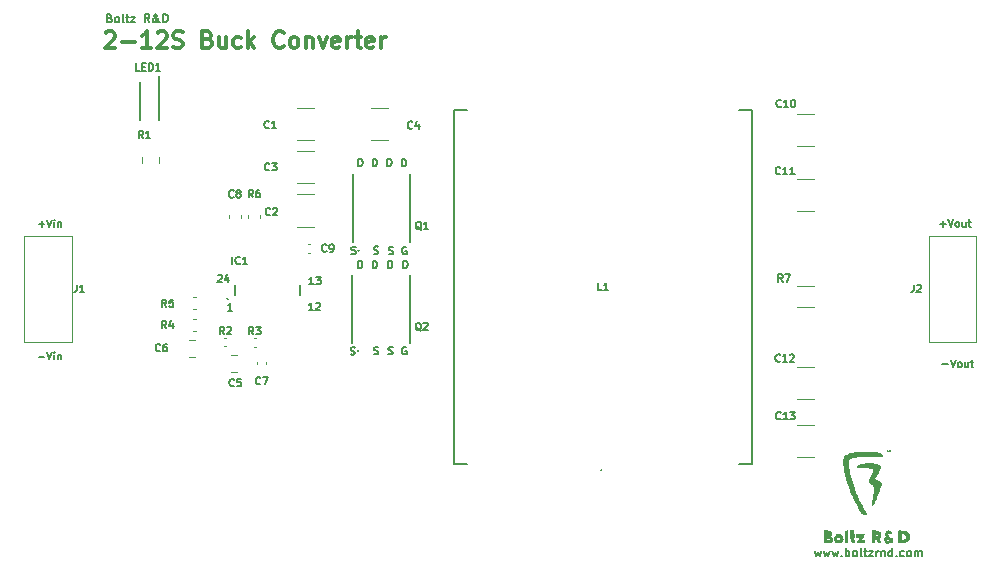
<source format=gbr>
%TF.GenerationSoftware,KiCad,Pcbnew,9.0.0*%
%TF.CreationDate,2025-03-31T14:23:32+05:30*%
%TF.ProjectId,Buck,4275636b-2e6b-4696-9361-645f70636258,rev?*%
%TF.SameCoordinates,Original*%
%TF.FileFunction,Legend,Top*%
%TF.FilePolarity,Positive*%
%FSLAX46Y46*%
G04 Gerber Fmt 4.6, Leading zero omitted, Abs format (unit mm)*
G04 Created by KiCad (PCBNEW 9.0.0) date 2025-03-31 14:23:32*
%MOMM*%
%LPD*%
G01*
G04 APERTURE LIST*
%ADD10C,0.300000*%
%ADD11C,0.175000*%
%ADD12C,0.153000*%
%ADD13C,0.000000*%
%ADD14C,0.120000*%
%ADD15C,0.100000*%
%ADD16C,0.200000*%
G04 APERTURE END LIST*
D10*
X127719999Y-101275400D02*
X127786666Y-101208733D01*
X127786666Y-101208733D02*
X127919999Y-101142066D01*
X127919999Y-101142066D02*
X128253333Y-101142066D01*
X128253333Y-101142066D02*
X128386666Y-101208733D01*
X128386666Y-101208733D02*
X128453333Y-101275400D01*
X128453333Y-101275400D02*
X128519999Y-101408733D01*
X128519999Y-101408733D02*
X128519999Y-101542066D01*
X128519999Y-101542066D02*
X128453333Y-101742066D01*
X128453333Y-101742066D02*
X127653333Y-102542066D01*
X127653333Y-102542066D02*
X128519999Y-102542066D01*
X129119999Y-102008733D02*
X130186666Y-102008733D01*
X131586665Y-102542066D02*
X130786665Y-102542066D01*
X131186665Y-102542066D02*
X131186665Y-101142066D01*
X131186665Y-101142066D02*
X131053332Y-101342066D01*
X131053332Y-101342066D02*
X130919999Y-101475400D01*
X130919999Y-101475400D02*
X130786665Y-101542066D01*
X132119998Y-101275400D02*
X132186665Y-101208733D01*
X132186665Y-101208733D02*
X132319998Y-101142066D01*
X132319998Y-101142066D02*
X132653332Y-101142066D01*
X132653332Y-101142066D02*
X132786665Y-101208733D01*
X132786665Y-101208733D02*
X132853332Y-101275400D01*
X132853332Y-101275400D02*
X132919998Y-101408733D01*
X132919998Y-101408733D02*
X132919998Y-101542066D01*
X132919998Y-101542066D02*
X132853332Y-101742066D01*
X132853332Y-101742066D02*
X132053332Y-102542066D01*
X132053332Y-102542066D02*
X132919998Y-102542066D01*
X133453331Y-102475400D02*
X133653331Y-102542066D01*
X133653331Y-102542066D02*
X133986665Y-102542066D01*
X133986665Y-102542066D02*
X134119998Y-102475400D01*
X134119998Y-102475400D02*
X134186665Y-102408733D01*
X134186665Y-102408733D02*
X134253331Y-102275400D01*
X134253331Y-102275400D02*
X134253331Y-102142066D01*
X134253331Y-102142066D02*
X134186665Y-102008733D01*
X134186665Y-102008733D02*
X134119998Y-101942066D01*
X134119998Y-101942066D02*
X133986665Y-101875400D01*
X133986665Y-101875400D02*
X133719998Y-101808733D01*
X133719998Y-101808733D02*
X133586665Y-101742066D01*
X133586665Y-101742066D02*
X133519998Y-101675400D01*
X133519998Y-101675400D02*
X133453331Y-101542066D01*
X133453331Y-101542066D02*
X133453331Y-101408733D01*
X133453331Y-101408733D02*
X133519998Y-101275400D01*
X133519998Y-101275400D02*
X133586665Y-101208733D01*
X133586665Y-101208733D02*
X133719998Y-101142066D01*
X133719998Y-101142066D02*
X134053331Y-101142066D01*
X134053331Y-101142066D02*
X134253331Y-101208733D01*
X136386665Y-101808733D02*
X136586665Y-101875400D01*
X136586665Y-101875400D02*
X136653331Y-101942066D01*
X136653331Y-101942066D02*
X136719998Y-102075400D01*
X136719998Y-102075400D02*
X136719998Y-102275400D01*
X136719998Y-102275400D02*
X136653331Y-102408733D01*
X136653331Y-102408733D02*
X136586665Y-102475400D01*
X136586665Y-102475400D02*
X136453331Y-102542066D01*
X136453331Y-102542066D02*
X135919998Y-102542066D01*
X135919998Y-102542066D02*
X135919998Y-101142066D01*
X135919998Y-101142066D02*
X136386665Y-101142066D01*
X136386665Y-101142066D02*
X136519998Y-101208733D01*
X136519998Y-101208733D02*
X136586665Y-101275400D01*
X136586665Y-101275400D02*
X136653331Y-101408733D01*
X136653331Y-101408733D02*
X136653331Y-101542066D01*
X136653331Y-101542066D02*
X136586665Y-101675400D01*
X136586665Y-101675400D02*
X136519998Y-101742066D01*
X136519998Y-101742066D02*
X136386665Y-101808733D01*
X136386665Y-101808733D02*
X135919998Y-101808733D01*
X137919998Y-101608733D02*
X137919998Y-102542066D01*
X137319998Y-101608733D02*
X137319998Y-102342066D01*
X137319998Y-102342066D02*
X137386665Y-102475400D01*
X137386665Y-102475400D02*
X137519998Y-102542066D01*
X137519998Y-102542066D02*
X137719998Y-102542066D01*
X137719998Y-102542066D02*
X137853331Y-102475400D01*
X137853331Y-102475400D02*
X137919998Y-102408733D01*
X139186665Y-102475400D02*
X139053332Y-102542066D01*
X139053332Y-102542066D02*
X138786665Y-102542066D01*
X138786665Y-102542066D02*
X138653332Y-102475400D01*
X138653332Y-102475400D02*
X138586665Y-102408733D01*
X138586665Y-102408733D02*
X138519998Y-102275400D01*
X138519998Y-102275400D02*
X138519998Y-101875400D01*
X138519998Y-101875400D02*
X138586665Y-101742066D01*
X138586665Y-101742066D02*
X138653332Y-101675400D01*
X138653332Y-101675400D02*
X138786665Y-101608733D01*
X138786665Y-101608733D02*
X139053332Y-101608733D01*
X139053332Y-101608733D02*
X139186665Y-101675400D01*
X139786665Y-102542066D02*
X139786665Y-101142066D01*
X139919998Y-102008733D02*
X140319998Y-102542066D01*
X140319998Y-101608733D02*
X139786665Y-102142066D01*
X142786665Y-102408733D02*
X142719998Y-102475400D01*
X142719998Y-102475400D02*
X142519998Y-102542066D01*
X142519998Y-102542066D02*
X142386665Y-102542066D01*
X142386665Y-102542066D02*
X142186665Y-102475400D01*
X142186665Y-102475400D02*
X142053332Y-102342066D01*
X142053332Y-102342066D02*
X141986665Y-102208733D01*
X141986665Y-102208733D02*
X141919998Y-101942066D01*
X141919998Y-101942066D02*
X141919998Y-101742066D01*
X141919998Y-101742066D02*
X141986665Y-101475400D01*
X141986665Y-101475400D02*
X142053332Y-101342066D01*
X142053332Y-101342066D02*
X142186665Y-101208733D01*
X142186665Y-101208733D02*
X142386665Y-101142066D01*
X142386665Y-101142066D02*
X142519998Y-101142066D01*
X142519998Y-101142066D02*
X142719998Y-101208733D01*
X142719998Y-101208733D02*
X142786665Y-101275400D01*
X143586665Y-102542066D02*
X143453332Y-102475400D01*
X143453332Y-102475400D02*
X143386665Y-102408733D01*
X143386665Y-102408733D02*
X143319998Y-102275400D01*
X143319998Y-102275400D02*
X143319998Y-101875400D01*
X143319998Y-101875400D02*
X143386665Y-101742066D01*
X143386665Y-101742066D02*
X143453332Y-101675400D01*
X143453332Y-101675400D02*
X143586665Y-101608733D01*
X143586665Y-101608733D02*
X143786665Y-101608733D01*
X143786665Y-101608733D02*
X143919998Y-101675400D01*
X143919998Y-101675400D02*
X143986665Y-101742066D01*
X143986665Y-101742066D02*
X144053332Y-101875400D01*
X144053332Y-101875400D02*
X144053332Y-102275400D01*
X144053332Y-102275400D02*
X143986665Y-102408733D01*
X143986665Y-102408733D02*
X143919998Y-102475400D01*
X143919998Y-102475400D02*
X143786665Y-102542066D01*
X143786665Y-102542066D02*
X143586665Y-102542066D01*
X144653332Y-101608733D02*
X144653332Y-102542066D01*
X144653332Y-101742066D02*
X144719999Y-101675400D01*
X144719999Y-101675400D02*
X144853332Y-101608733D01*
X144853332Y-101608733D02*
X145053332Y-101608733D01*
X145053332Y-101608733D02*
X145186665Y-101675400D01*
X145186665Y-101675400D02*
X145253332Y-101808733D01*
X145253332Y-101808733D02*
X145253332Y-102542066D01*
X145786666Y-101608733D02*
X146119999Y-102542066D01*
X146119999Y-102542066D02*
X146453332Y-101608733D01*
X147519999Y-102475400D02*
X147386666Y-102542066D01*
X147386666Y-102542066D02*
X147119999Y-102542066D01*
X147119999Y-102542066D02*
X146986666Y-102475400D01*
X146986666Y-102475400D02*
X146919999Y-102342066D01*
X146919999Y-102342066D02*
X146919999Y-101808733D01*
X146919999Y-101808733D02*
X146986666Y-101675400D01*
X146986666Y-101675400D02*
X147119999Y-101608733D01*
X147119999Y-101608733D02*
X147386666Y-101608733D01*
X147386666Y-101608733D02*
X147519999Y-101675400D01*
X147519999Y-101675400D02*
X147586666Y-101808733D01*
X147586666Y-101808733D02*
X147586666Y-101942066D01*
X147586666Y-101942066D02*
X146919999Y-102075400D01*
X148186666Y-102542066D02*
X148186666Y-101608733D01*
X148186666Y-101875400D02*
X148253333Y-101742066D01*
X148253333Y-101742066D02*
X148319999Y-101675400D01*
X148319999Y-101675400D02*
X148453333Y-101608733D01*
X148453333Y-101608733D02*
X148586666Y-101608733D01*
X148853333Y-101608733D02*
X149386666Y-101608733D01*
X149053333Y-101142066D02*
X149053333Y-102342066D01*
X149053333Y-102342066D02*
X149120000Y-102475400D01*
X149120000Y-102475400D02*
X149253333Y-102542066D01*
X149253333Y-102542066D02*
X149386666Y-102542066D01*
X150386666Y-102475400D02*
X150253333Y-102542066D01*
X150253333Y-102542066D02*
X149986666Y-102542066D01*
X149986666Y-102542066D02*
X149853333Y-102475400D01*
X149853333Y-102475400D02*
X149786666Y-102342066D01*
X149786666Y-102342066D02*
X149786666Y-101808733D01*
X149786666Y-101808733D02*
X149853333Y-101675400D01*
X149853333Y-101675400D02*
X149986666Y-101608733D01*
X149986666Y-101608733D02*
X150253333Y-101608733D01*
X150253333Y-101608733D02*
X150386666Y-101675400D01*
X150386666Y-101675400D02*
X150453333Y-101808733D01*
X150453333Y-101808733D02*
X150453333Y-101942066D01*
X150453333Y-101942066D02*
X149786666Y-102075400D01*
X151053333Y-102542066D02*
X151053333Y-101608733D01*
X151053333Y-101875400D02*
X151120000Y-101742066D01*
X151120000Y-101742066D02*
X151186666Y-101675400D01*
X151186666Y-101675400D02*
X151320000Y-101608733D01*
X151320000Y-101608733D02*
X151453333Y-101608733D01*
D11*
X128065131Y-100008566D02*
X128165131Y-100041900D01*
X128165131Y-100041900D02*
X128198464Y-100075233D01*
X128198464Y-100075233D02*
X128231797Y-100141900D01*
X128231797Y-100141900D02*
X128231797Y-100241900D01*
X128231797Y-100241900D02*
X128198464Y-100308566D01*
X128198464Y-100308566D02*
X128165131Y-100341900D01*
X128165131Y-100341900D02*
X128098464Y-100375233D01*
X128098464Y-100375233D02*
X127831797Y-100375233D01*
X127831797Y-100375233D02*
X127831797Y-99675233D01*
X127831797Y-99675233D02*
X128065131Y-99675233D01*
X128065131Y-99675233D02*
X128131797Y-99708566D01*
X128131797Y-99708566D02*
X128165131Y-99741900D01*
X128165131Y-99741900D02*
X128198464Y-99808566D01*
X128198464Y-99808566D02*
X128198464Y-99875233D01*
X128198464Y-99875233D02*
X128165131Y-99941900D01*
X128165131Y-99941900D02*
X128131797Y-99975233D01*
X128131797Y-99975233D02*
X128065131Y-100008566D01*
X128065131Y-100008566D02*
X127831797Y-100008566D01*
X128631797Y-100375233D02*
X128565131Y-100341900D01*
X128565131Y-100341900D02*
X128531797Y-100308566D01*
X128531797Y-100308566D02*
X128498464Y-100241900D01*
X128498464Y-100241900D02*
X128498464Y-100041900D01*
X128498464Y-100041900D02*
X128531797Y-99975233D01*
X128531797Y-99975233D02*
X128565131Y-99941900D01*
X128565131Y-99941900D02*
X128631797Y-99908566D01*
X128631797Y-99908566D02*
X128731797Y-99908566D01*
X128731797Y-99908566D02*
X128798464Y-99941900D01*
X128798464Y-99941900D02*
X128831797Y-99975233D01*
X128831797Y-99975233D02*
X128865131Y-100041900D01*
X128865131Y-100041900D02*
X128865131Y-100241900D01*
X128865131Y-100241900D02*
X128831797Y-100308566D01*
X128831797Y-100308566D02*
X128798464Y-100341900D01*
X128798464Y-100341900D02*
X128731797Y-100375233D01*
X128731797Y-100375233D02*
X128631797Y-100375233D01*
X129265130Y-100375233D02*
X129198464Y-100341900D01*
X129198464Y-100341900D02*
X129165130Y-100275233D01*
X129165130Y-100275233D02*
X129165130Y-99675233D01*
X129431797Y-99908566D02*
X129698464Y-99908566D01*
X129531797Y-99675233D02*
X129531797Y-100275233D01*
X129531797Y-100275233D02*
X129565131Y-100341900D01*
X129565131Y-100341900D02*
X129631797Y-100375233D01*
X129631797Y-100375233D02*
X129698464Y-100375233D01*
X129865131Y-99908566D02*
X130231797Y-99908566D01*
X130231797Y-99908566D02*
X129865131Y-100375233D01*
X129865131Y-100375233D02*
X130231797Y-100375233D01*
X131431797Y-100375233D02*
X131198464Y-100041900D01*
X131031797Y-100375233D02*
X131031797Y-99675233D01*
X131031797Y-99675233D02*
X131298464Y-99675233D01*
X131298464Y-99675233D02*
X131365131Y-99708566D01*
X131365131Y-99708566D02*
X131398464Y-99741900D01*
X131398464Y-99741900D02*
X131431797Y-99808566D01*
X131431797Y-99808566D02*
X131431797Y-99908566D01*
X131431797Y-99908566D02*
X131398464Y-99975233D01*
X131398464Y-99975233D02*
X131365131Y-100008566D01*
X131365131Y-100008566D02*
X131298464Y-100041900D01*
X131298464Y-100041900D02*
X131031797Y-100041900D01*
X132298464Y-100375233D02*
X132265131Y-100375233D01*
X132265131Y-100375233D02*
X132198464Y-100341900D01*
X132198464Y-100341900D02*
X132098464Y-100241900D01*
X132098464Y-100241900D02*
X131931797Y-100041900D01*
X131931797Y-100041900D02*
X131865131Y-99941900D01*
X131865131Y-99941900D02*
X131831797Y-99841900D01*
X131831797Y-99841900D02*
X131831797Y-99775233D01*
X131831797Y-99775233D02*
X131865131Y-99708566D01*
X131865131Y-99708566D02*
X131931797Y-99675233D01*
X131931797Y-99675233D02*
X131965131Y-99675233D01*
X131965131Y-99675233D02*
X132031797Y-99708566D01*
X132031797Y-99708566D02*
X132065131Y-99775233D01*
X132065131Y-99775233D02*
X132065131Y-99808566D01*
X132065131Y-99808566D02*
X132031797Y-99875233D01*
X132031797Y-99875233D02*
X131998464Y-99908566D01*
X131998464Y-99908566D02*
X131798464Y-100041900D01*
X131798464Y-100041900D02*
X131765131Y-100075233D01*
X131765131Y-100075233D02*
X131731797Y-100141900D01*
X131731797Y-100141900D02*
X131731797Y-100241900D01*
X131731797Y-100241900D02*
X131765131Y-100308566D01*
X131765131Y-100308566D02*
X131798464Y-100341900D01*
X131798464Y-100341900D02*
X131865131Y-100375233D01*
X131865131Y-100375233D02*
X131965131Y-100375233D01*
X131965131Y-100375233D02*
X132031797Y-100341900D01*
X132031797Y-100341900D02*
X132065131Y-100308566D01*
X132065131Y-100308566D02*
X132165131Y-100175233D01*
X132165131Y-100175233D02*
X132198464Y-100075233D01*
X132198464Y-100075233D02*
X132198464Y-100008566D01*
X132598464Y-100375233D02*
X132598464Y-99675233D01*
X132598464Y-99675233D02*
X132765131Y-99675233D01*
X132765131Y-99675233D02*
X132865131Y-99708566D01*
X132865131Y-99708566D02*
X132931798Y-99775233D01*
X132931798Y-99775233D02*
X132965131Y-99841900D01*
X132965131Y-99841900D02*
X132998464Y-99975233D01*
X132998464Y-99975233D02*
X132998464Y-100075233D01*
X132998464Y-100075233D02*
X132965131Y-100208566D01*
X132965131Y-100208566D02*
X132931798Y-100275233D01*
X132931798Y-100275233D02*
X132865131Y-100341900D01*
X132865131Y-100341900D02*
X132765131Y-100375233D01*
X132765131Y-100375233D02*
X132598464Y-100375233D01*
D12*
X187773335Y-145129210D02*
X187906668Y-145595877D01*
X187906668Y-145595877D02*
X188040001Y-145262544D01*
X188040001Y-145262544D02*
X188173335Y-145595877D01*
X188173335Y-145595877D02*
X188306668Y-145129210D01*
X188506668Y-145129210D02*
X188640001Y-145595877D01*
X188640001Y-145595877D02*
X188773334Y-145262544D01*
X188773334Y-145262544D02*
X188906668Y-145595877D01*
X188906668Y-145595877D02*
X189040001Y-145129210D01*
X189240001Y-145129210D02*
X189373334Y-145595877D01*
X189373334Y-145595877D02*
X189506667Y-145262544D01*
X189506667Y-145262544D02*
X189640001Y-145595877D01*
X189640001Y-145595877D02*
X189773334Y-145129210D01*
X190040000Y-145529210D02*
X190073334Y-145562544D01*
X190073334Y-145562544D02*
X190040000Y-145595877D01*
X190040000Y-145595877D02*
X190006667Y-145562544D01*
X190006667Y-145562544D02*
X190040000Y-145529210D01*
X190040000Y-145529210D02*
X190040000Y-145595877D01*
X190373333Y-145595877D02*
X190373333Y-144895877D01*
X190373333Y-145162544D02*
X190440000Y-145129210D01*
X190440000Y-145129210D02*
X190573333Y-145129210D01*
X190573333Y-145129210D02*
X190640000Y-145162544D01*
X190640000Y-145162544D02*
X190673333Y-145195877D01*
X190673333Y-145195877D02*
X190706667Y-145262544D01*
X190706667Y-145262544D02*
X190706667Y-145462544D01*
X190706667Y-145462544D02*
X190673333Y-145529210D01*
X190673333Y-145529210D02*
X190640000Y-145562544D01*
X190640000Y-145562544D02*
X190573333Y-145595877D01*
X190573333Y-145595877D02*
X190440000Y-145595877D01*
X190440000Y-145595877D02*
X190373333Y-145562544D01*
X191106666Y-145595877D02*
X191040000Y-145562544D01*
X191040000Y-145562544D02*
X191006666Y-145529210D01*
X191006666Y-145529210D02*
X190973333Y-145462544D01*
X190973333Y-145462544D02*
X190973333Y-145262544D01*
X190973333Y-145262544D02*
X191006666Y-145195877D01*
X191006666Y-145195877D02*
X191040000Y-145162544D01*
X191040000Y-145162544D02*
X191106666Y-145129210D01*
X191106666Y-145129210D02*
X191206666Y-145129210D01*
X191206666Y-145129210D02*
X191273333Y-145162544D01*
X191273333Y-145162544D02*
X191306666Y-145195877D01*
X191306666Y-145195877D02*
X191340000Y-145262544D01*
X191340000Y-145262544D02*
X191340000Y-145462544D01*
X191340000Y-145462544D02*
X191306666Y-145529210D01*
X191306666Y-145529210D02*
X191273333Y-145562544D01*
X191273333Y-145562544D02*
X191206666Y-145595877D01*
X191206666Y-145595877D02*
X191106666Y-145595877D01*
X191739999Y-145595877D02*
X191673333Y-145562544D01*
X191673333Y-145562544D02*
X191639999Y-145495877D01*
X191639999Y-145495877D02*
X191639999Y-144895877D01*
X191906666Y-145129210D02*
X192173333Y-145129210D01*
X192006666Y-144895877D02*
X192006666Y-145495877D01*
X192006666Y-145495877D02*
X192040000Y-145562544D01*
X192040000Y-145562544D02*
X192106666Y-145595877D01*
X192106666Y-145595877D02*
X192173333Y-145595877D01*
X192340000Y-145129210D02*
X192706666Y-145129210D01*
X192706666Y-145129210D02*
X192340000Y-145595877D01*
X192340000Y-145595877D02*
X192706666Y-145595877D01*
X192973333Y-145595877D02*
X192973333Y-145129210D01*
X192973333Y-145262544D02*
X193006667Y-145195877D01*
X193006667Y-145195877D02*
X193040000Y-145162544D01*
X193040000Y-145162544D02*
X193106667Y-145129210D01*
X193106667Y-145129210D02*
X193173333Y-145129210D01*
X193406666Y-145129210D02*
X193406666Y-145595877D01*
X193406666Y-145195877D02*
X193440000Y-145162544D01*
X193440000Y-145162544D02*
X193506666Y-145129210D01*
X193506666Y-145129210D02*
X193606666Y-145129210D01*
X193606666Y-145129210D02*
X193673333Y-145162544D01*
X193673333Y-145162544D02*
X193706666Y-145229210D01*
X193706666Y-145229210D02*
X193706666Y-145595877D01*
X194339999Y-145595877D02*
X194339999Y-144895877D01*
X194339999Y-145562544D02*
X194273333Y-145595877D01*
X194273333Y-145595877D02*
X194139999Y-145595877D01*
X194139999Y-145595877D02*
X194073333Y-145562544D01*
X194073333Y-145562544D02*
X194039999Y-145529210D01*
X194039999Y-145529210D02*
X194006666Y-145462544D01*
X194006666Y-145462544D02*
X194006666Y-145262544D01*
X194006666Y-145262544D02*
X194039999Y-145195877D01*
X194039999Y-145195877D02*
X194073333Y-145162544D01*
X194073333Y-145162544D02*
X194139999Y-145129210D01*
X194139999Y-145129210D02*
X194273333Y-145129210D01*
X194273333Y-145129210D02*
X194339999Y-145162544D01*
X194673332Y-145529210D02*
X194706666Y-145562544D01*
X194706666Y-145562544D02*
X194673332Y-145595877D01*
X194673332Y-145595877D02*
X194639999Y-145562544D01*
X194639999Y-145562544D02*
X194673332Y-145529210D01*
X194673332Y-145529210D02*
X194673332Y-145595877D01*
X195306665Y-145562544D02*
X195239999Y-145595877D01*
X195239999Y-145595877D02*
X195106665Y-145595877D01*
X195106665Y-145595877D02*
X195039999Y-145562544D01*
X195039999Y-145562544D02*
X195006665Y-145529210D01*
X195006665Y-145529210D02*
X194973332Y-145462544D01*
X194973332Y-145462544D02*
X194973332Y-145262544D01*
X194973332Y-145262544D02*
X195006665Y-145195877D01*
X195006665Y-145195877D02*
X195039999Y-145162544D01*
X195039999Y-145162544D02*
X195106665Y-145129210D01*
X195106665Y-145129210D02*
X195239999Y-145129210D01*
X195239999Y-145129210D02*
X195306665Y-145162544D01*
X195706665Y-145595877D02*
X195639999Y-145562544D01*
X195639999Y-145562544D02*
X195606665Y-145529210D01*
X195606665Y-145529210D02*
X195573332Y-145462544D01*
X195573332Y-145462544D02*
X195573332Y-145262544D01*
X195573332Y-145262544D02*
X195606665Y-145195877D01*
X195606665Y-145195877D02*
X195639999Y-145162544D01*
X195639999Y-145162544D02*
X195706665Y-145129210D01*
X195706665Y-145129210D02*
X195806665Y-145129210D01*
X195806665Y-145129210D02*
X195873332Y-145162544D01*
X195873332Y-145162544D02*
X195906665Y-145195877D01*
X195906665Y-145195877D02*
X195939999Y-145262544D01*
X195939999Y-145262544D02*
X195939999Y-145462544D01*
X195939999Y-145462544D02*
X195906665Y-145529210D01*
X195906665Y-145529210D02*
X195873332Y-145562544D01*
X195873332Y-145562544D02*
X195806665Y-145595877D01*
X195806665Y-145595877D02*
X195706665Y-145595877D01*
X196239998Y-145595877D02*
X196239998Y-145129210D01*
X196239998Y-145195877D02*
X196273332Y-145162544D01*
X196273332Y-145162544D02*
X196339998Y-145129210D01*
X196339998Y-145129210D02*
X196439998Y-145129210D01*
X196439998Y-145129210D02*
X196506665Y-145162544D01*
X196506665Y-145162544D02*
X196539998Y-145229210D01*
X196539998Y-145229210D02*
X196539998Y-145595877D01*
X196539998Y-145229210D02*
X196573332Y-145162544D01*
X196573332Y-145162544D02*
X196639998Y-145129210D01*
X196639998Y-145129210D02*
X196739998Y-145129210D01*
X196739998Y-145129210D02*
X196806665Y-145162544D01*
X196806665Y-145162544D02*
X196839998Y-145229210D01*
X196839998Y-145229210D02*
X196839998Y-145595877D01*
X149120657Y-112574944D02*
X149120657Y-111944944D01*
X149120657Y-111944944D02*
X149270657Y-111944944D01*
X149270657Y-111944944D02*
X149360657Y-111974944D01*
X149360657Y-111974944D02*
X149420657Y-112034944D01*
X149420657Y-112034944D02*
X149450657Y-112094944D01*
X149450657Y-112094944D02*
X149480657Y-112214944D01*
X149480657Y-112214944D02*
X149480657Y-112304944D01*
X149480657Y-112304944D02*
X149450657Y-112424944D01*
X149450657Y-112424944D02*
X149420657Y-112484944D01*
X149420657Y-112484944D02*
X149360657Y-112544944D01*
X149360657Y-112544944D02*
X149270657Y-112574944D01*
X149270657Y-112574944D02*
X149120657Y-112574944D01*
X148530657Y-119954944D02*
X148620657Y-119984944D01*
X148620657Y-119984944D02*
X148770657Y-119984944D01*
X148770657Y-119984944D02*
X148830657Y-119954944D01*
X148830657Y-119954944D02*
X148860657Y-119924944D01*
X148860657Y-119924944D02*
X148890657Y-119864944D01*
X148890657Y-119864944D02*
X148890657Y-119804944D01*
X148890657Y-119804944D02*
X148860657Y-119744944D01*
X148860657Y-119744944D02*
X148830657Y-119714944D01*
X148830657Y-119714944D02*
X148770657Y-119684944D01*
X148770657Y-119684944D02*
X148650657Y-119654944D01*
X148650657Y-119654944D02*
X148590657Y-119624944D01*
X148590657Y-119624944D02*
X148560657Y-119594944D01*
X148560657Y-119594944D02*
X148530657Y-119534944D01*
X148530657Y-119534944D02*
X148530657Y-119474944D01*
X148530657Y-119474944D02*
X148560657Y-119414944D01*
X148560657Y-119414944D02*
X148590657Y-119384944D01*
X148590657Y-119384944D02*
X148650657Y-119354944D01*
X148650657Y-119354944D02*
X148800657Y-119354944D01*
X148800657Y-119354944D02*
X148890657Y-119384944D01*
X151690657Y-119974944D02*
X151780657Y-120004944D01*
X151780657Y-120004944D02*
X151930657Y-120004944D01*
X151930657Y-120004944D02*
X151990657Y-119974944D01*
X151990657Y-119974944D02*
X152020657Y-119944944D01*
X152020657Y-119944944D02*
X152050657Y-119884944D01*
X152050657Y-119884944D02*
X152050657Y-119824944D01*
X152050657Y-119824944D02*
X152020657Y-119764944D01*
X152020657Y-119764944D02*
X151990657Y-119734944D01*
X151990657Y-119734944D02*
X151930657Y-119704944D01*
X151930657Y-119704944D02*
X151810657Y-119674944D01*
X151810657Y-119674944D02*
X151750657Y-119644944D01*
X151750657Y-119644944D02*
X151720657Y-119614944D01*
X151720657Y-119614944D02*
X151690657Y-119554944D01*
X151690657Y-119554944D02*
X151690657Y-119494944D01*
X151690657Y-119494944D02*
X151720657Y-119434944D01*
X151720657Y-119434944D02*
X151750657Y-119404944D01*
X151750657Y-119404944D02*
X151810657Y-119374944D01*
X151810657Y-119374944D02*
X151960657Y-119374944D01*
X151960657Y-119374944D02*
X152050657Y-119404944D01*
X122060657Y-117464944D02*
X122540657Y-117464944D01*
X122300657Y-117704944D02*
X122300657Y-117224944D01*
X122750657Y-117074944D02*
X122960657Y-117704944D01*
X122960657Y-117704944D02*
X123170657Y-117074944D01*
X123380657Y-117704944D02*
X123380657Y-117284944D01*
X123380657Y-117074944D02*
X123350657Y-117104944D01*
X123350657Y-117104944D02*
X123380657Y-117134944D01*
X123380657Y-117134944D02*
X123410657Y-117104944D01*
X123410657Y-117104944D02*
X123380657Y-117074944D01*
X123380657Y-117074944D02*
X123380657Y-117134944D01*
X123680657Y-117284944D02*
X123680657Y-117704944D01*
X123680657Y-117344944D02*
X123710657Y-117314944D01*
X123710657Y-117314944D02*
X123770657Y-117284944D01*
X123770657Y-117284944D02*
X123860657Y-117284944D01*
X123860657Y-117284944D02*
X123920657Y-117314944D01*
X123920657Y-117314944D02*
X123950657Y-117374944D01*
X123950657Y-117374944D02*
X123950657Y-117704944D01*
X152800657Y-112564944D02*
X152800657Y-111934944D01*
X152800657Y-111934944D02*
X152950657Y-111934944D01*
X152950657Y-111934944D02*
X153040657Y-111964944D01*
X153040657Y-111964944D02*
X153100657Y-112024944D01*
X153100657Y-112024944D02*
X153130657Y-112084944D01*
X153130657Y-112084944D02*
X153160657Y-112204944D01*
X153160657Y-112204944D02*
X153160657Y-112294944D01*
X153160657Y-112294944D02*
X153130657Y-112414944D01*
X153130657Y-112414944D02*
X153100657Y-112474944D01*
X153100657Y-112474944D02*
X153040657Y-112534944D01*
X153040657Y-112534944D02*
X152950657Y-112564944D01*
X152950657Y-112564944D02*
X152800657Y-112564944D01*
X149090657Y-121184944D02*
X149090657Y-120554944D01*
X149090657Y-120554944D02*
X149240657Y-120554944D01*
X149240657Y-120554944D02*
X149330657Y-120584944D01*
X149330657Y-120584944D02*
X149390657Y-120644944D01*
X149390657Y-120644944D02*
X149420657Y-120704944D01*
X149420657Y-120704944D02*
X149450657Y-120824944D01*
X149450657Y-120824944D02*
X149450657Y-120914944D01*
X149450657Y-120914944D02*
X149420657Y-121034944D01*
X149420657Y-121034944D02*
X149390657Y-121094944D01*
X149390657Y-121094944D02*
X149330657Y-121154944D01*
X149330657Y-121154944D02*
X149240657Y-121184944D01*
X149240657Y-121184944D02*
X149090657Y-121184944D01*
X150430657Y-128454944D02*
X150520657Y-128484944D01*
X150520657Y-128484944D02*
X150670657Y-128484944D01*
X150670657Y-128484944D02*
X150730657Y-128454944D01*
X150730657Y-128454944D02*
X150760657Y-128424944D01*
X150760657Y-128424944D02*
X150790657Y-128364944D01*
X150790657Y-128364944D02*
X150790657Y-128304944D01*
X150790657Y-128304944D02*
X150760657Y-128244944D01*
X150760657Y-128244944D02*
X150730657Y-128214944D01*
X150730657Y-128214944D02*
X150670657Y-128184944D01*
X150670657Y-128184944D02*
X150550657Y-128154944D01*
X150550657Y-128154944D02*
X150490657Y-128124944D01*
X150490657Y-128124944D02*
X150460657Y-128094944D01*
X150460657Y-128094944D02*
X150430657Y-128034944D01*
X150430657Y-128034944D02*
X150430657Y-127974944D01*
X150430657Y-127974944D02*
X150460657Y-127914944D01*
X150460657Y-127914944D02*
X150490657Y-127884944D01*
X150490657Y-127884944D02*
X150550657Y-127854944D01*
X150550657Y-127854944D02*
X150700657Y-127854944D01*
X150700657Y-127854944D02*
X150790657Y-127884944D01*
X153180657Y-127884944D02*
X153120657Y-127854944D01*
X153120657Y-127854944D02*
X153030657Y-127854944D01*
X153030657Y-127854944D02*
X152940657Y-127884944D01*
X152940657Y-127884944D02*
X152880657Y-127944944D01*
X152880657Y-127944944D02*
X152850657Y-128004944D01*
X152850657Y-128004944D02*
X152820657Y-128124944D01*
X152820657Y-128124944D02*
X152820657Y-128214944D01*
X152820657Y-128214944D02*
X152850657Y-128334944D01*
X152850657Y-128334944D02*
X152880657Y-128394944D01*
X152880657Y-128394944D02*
X152940657Y-128454944D01*
X152940657Y-128454944D02*
X153030657Y-128484944D01*
X153030657Y-128484944D02*
X153090657Y-128484944D01*
X153090657Y-128484944D02*
X153180657Y-128454944D01*
X153180657Y-128454944D02*
X153210657Y-128424944D01*
X153210657Y-128424944D02*
X153210657Y-128214944D01*
X153210657Y-128214944D02*
X153090657Y-128214944D01*
X150350657Y-121174944D02*
X150350657Y-120544944D01*
X150350657Y-120544944D02*
X150500657Y-120544944D01*
X150500657Y-120544944D02*
X150590657Y-120574944D01*
X150590657Y-120574944D02*
X150650657Y-120634944D01*
X150650657Y-120634944D02*
X150680657Y-120694944D01*
X150680657Y-120694944D02*
X150710657Y-120814944D01*
X150710657Y-120814944D02*
X150710657Y-120904944D01*
X150710657Y-120904944D02*
X150680657Y-121024944D01*
X150680657Y-121024944D02*
X150650657Y-121084944D01*
X150650657Y-121084944D02*
X150590657Y-121144944D01*
X150590657Y-121144944D02*
X150500657Y-121174944D01*
X150500657Y-121174944D02*
X150350657Y-121174944D01*
X151670657Y-128454944D02*
X151760657Y-128484944D01*
X151760657Y-128484944D02*
X151910657Y-128484944D01*
X151910657Y-128484944D02*
X151970657Y-128454944D01*
X151970657Y-128454944D02*
X152000657Y-128424944D01*
X152000657Y-128424944D02*
X152030657Y-128364944D01*
X152030657Y-128364944D02*
X152030657Y-128304944D01*
X152030657Y-128304944D02*
X152000657Y-128244944D01*
X152000657Y-128244944D02*
X151970657Y-128214944D01*
X151970657Y-128214944D02*
X151910657Y-128184944D01*
X151910657Y-128184944D02*
X151790657Y-128154944D01*
X151790657Y-128154944D02*
X151730657Y-128124944D01*
X151730657Y-128124944D02*
X151700657Y-128094944D01*
X151700657Y-128094944D02*
X151670657Y-128034944D01*
X151670657Y-128034944D02*
X151670657Y-127974944D01*
X151670657Y-127974944D02*
X151700657Y-127914944D01*
X151700657Y-127914944D02*
X151730657Y-127884944D01*
X151730657Y-127884944D02*
X151790657Y-127854944D01*
X151790657Y-127854944D02*
X151940657Y-127854944D01*
X151940657Y-127854944D02*
X152030657Y-127884944D01*
X145280657Y-124724944D02*
X144920657Y-124724944D01*
X145100657Y-124724944D02*
X145100657Y-124094944D01*
X145100657Y-124094944D02*
X145040657Y-124184944D01*
X145040657Y-124184944D02*
X144980657Y-124244944D01*
X144980657Y-124244944D02*
X144920657Y-124274944D01*
X145520657Y-124154944D02*
X145550657Y-124124944D01*
X145550657Y-124124944D02*
X145610657Y-124094944D01*
X145610657Y-124094944D02*
X145760657Y-124094944D01*
X145760657Y-124094944D02*
X145820657Y-124124944D01*
X145820657Y-124124944D02*
X145850657Y-124154944D01*
X145850657Y-124154944D02*
X145880657Y-124214944D01*
X145880657Y-124214944D02*
X145880657Y-124274944D01*
X145880657Y-124274944D02*
X145850657Y-124364944D01*
X145850657Y-124364944D02*
X145490657Y-124724944D01*
X145490657Y-124724944D02*
X145880657Y-124724944D01*
X138460657Y-124794944D02*
X138100657Y-124794944D01*
X138280657Y-124794944D02*
X138280657Y-124164944D01*
X138280657Y-124164944D02*
X138220657Y-124254944D01*
X138220657Y-124254944D02*
X138160657Y-124314944D01*
X138160657Y-124314944D02*
X138100657Y-124344944D01*
X145330657Y-122544944D02*
X144970657Y-122544944D01*
X145150657Y-122544944D02*
X145150657Y-121914944D01*
X145150657Y-121914944D02*
X145090657Y-122004944D01*
X145090657Y-122004944D02*
X145030657Y-122064944D01*
X145030657Y-122064944D02*
X144970657Y-122094944D01*
X145540657Y-121914944D02*
X145930657Y-121914944D01*
X145930657Y-121914944D02*
X145720657Y-122154944D01*
X145720657Y-122154944D02*
X145810657Y-122154944D01*
X145810657Y-122154944D02*
X145870657Y-122184944D01*
X145870657Y-122184944D02*
X145900657Y-122214944D01*
X145900657Y-122214944D02*
X145930657Y-122274944D01*
X145930657Y-122274944D02*
X145930657Y-122424944D01*
X145930657Y-122424944D02*
X145900657Y-122484944D01*
X145900657Y-122484944D02*
X145870657Y-122514944D01*
X145870657Y-122514944D02*
X145810657Y-122544944D01*
X145810657Y-122544944D02*
X145630657Y-122544944D01*
X145630657Y-122544944D02*
X145570657Y-122514944D01*
X145570657Y-122514944D02*
X145540657Y-122484944D01*
X152930657Y-121174944D02*
X152930657Y-120544944D01*
X152930657Y-120544944D02*
X153080657Y-120544944D01*
X153080657Y-120544944D02*
X153170657Y-120574944D01*
X153170657Y-120574944D02*
X153230657Y-120634944D01*
X153230657Y-120634944D02*
X153260657Y-120694944D01*
X153260657Y-120694944D02*
X153290657Y-120814944D01*
X153290657Y-120814944D02*
X153290657Y-120904944D01*
X153290657Y-120904944D02*
X153260657Y-121024944D01*
X153260657Y-121024944D02*
X153230657Y-121084944D01*
X153230657Y-121084944D02*
X153170657Y-121144944D01*
X153170657Y-121144944D02*
X153080657Y-121174944D01*
X153080657Y-121174944D02*
X152930657Y-121174944D01*
X150430657Y-119949384D02*
X150520657Y-119979384D01*
X150520657Y-119979384D02*
X150670657Y-119979384D01*
X150670657Y-119979384D02*
X150730657Y-119949384D01*
X150730657Y-119949384D02*
X150760657Y-119919384D01*
X150760657Y-119919384D02*
X150790657Y-119859384D01*
X150790657Y-119859384D02*
X150790657Y-119799384D01*
X150790657Y-119799384D02*
X150760657Y-119739384D01*
X150760657Y-119739384D02*
X150730657Y-119709384D01*
X150730657Y-119709384D02*
X150670657Y-119679384D01*
X150670657Y-119679384D02*
X150550657Y-119649384D01*
X150550657Y-119649384D02*
X150490657Y-119619384D01*
X150490657Y-119619384D02*
X150460657Y-119589384D01*
X150460657Y-119589384D02*
X150430657Y-119529384D01*
X150430657Y-119529384D02*
X150430657Y-119469384D01*
X150430657Y-119469384D02*
X150460657Y-119409384D01*
X150460657Y-119409384D02*
X150490657Y-119379384D01*
X150490657Y-119379384D02*
X150550657Y-119349384D01*
X150550657Y-119349384D02*
X150700657Y-119349384D01*
X150700657Y-119349384D02*
X150790657Y-119379384D01*
X137210657Y-121784944D02*
X137240657Y-121754944D01*
X137240657Y-121754944D02*
X137300657Y-121724944D01*
X137300657Y-121724944D02*
X137450657Y-121724944D01*
X137450657Y-121724944D02*
X137510657Y-121754944D01*
X137510657Y-121754944D02*
X137540657Y-121784944D01*
X137540657Y-121784944D02*
X137570657Y-121844944D01*
X137570657Y-121844944D02*
X137570657Y-121904944D01*
X137570657Y-121904944D02*
X137540657Y-121994944D01*
X137540657Y-121994944D02*
X137180657Y-122354944D01*
X137180657Y-122354944D02*
X137570657Y-122354944D01*
X138110657Y-121934944D02*
X138110657Y-122354944D01*
X137960657Y-121694944D02*
X137810657Y-122144944D01*
X137810657Y-122144944D02*
X138200657Y-122144944D01*
X150340657Y-112544944D02*
X150340657Y-111914944D01*
X150340657Y-111914944D02*
X150490657Y-111914944D01*
X150490657Y-111914944D02*
X150580657Y-111944944D01*
X150580657Y-111944944D02*
X150640657Y-112004944D01*
X150640657Y-112004944D02*
X150670657Y-112064944D01*
X150670657Y-112064944D02*
X150700657Y-112184944D01*
X150700657Y-112184944D02*
X150700657Y-112274944D01*
X150700657Y-112274944D02*
X150670657Y-112394944D01*
X150670657Y-112394944D02*
X150640657Y-112454944D01*
X150640657Y-112454944D02*
X150580657Y-112514944D01*
X150580657Y-112514944D02*
X150490657Y-112544944D01*
X150490657Y-112544944D02*
X150340657Y-112544944D01*
X151640657Y-121174944D02*
X151640657Y-120544944D01*
X151640657Y-120544944D02*
X151790657Y-120544944D01*
X151790657Y-120544944D02*
X151880657Y-120574944D01*
X151880657Y-120574944D02*
X151940657Y-120634944D01*
X151940657Y-120634944D02*
X151970657Y-120694944D01*
X151970657Y-120694944D02*
X152000657Y-120814944D01*
X152000657Y-120814944D02*
X152000657Y-120904944D01*
X152000657Y-120904944D02*
X151970657Y-121024944D01*
X151970657Y-121024944D02*
X151940657Y-121084944D01*
X151940657Y-121084944D02*
X151880657Y-121144944D01*
X151880657Y-121144944D02*
X151790657Y-121174944D01*
X151790657Y-121174944D02*
X151640657Y-121174944D01*
X122060657Y-128674944D02*
X122540657Y-128674944D01*
X122750657Y-128284944D02*
X122960657Y-128914944D01*
X122960657Y-128914944D02*
X123170657Y-128284944D01*
X123380657Y-128914944D02*
X123380657Y-128494944D01*
X123380657Y-128284944D02*
X123350657Y-128314944D01*
X123350657Y-128314944D02*
X123380657Y-128344944D01*
X123380657Y-128344944D02*
X123410657Y-128314944D01*
X123410657Y-128314944D02*
X123380657Y-128284944D01*
X123380657Y-128284944D02*
X123380657Y-128344944D01*
X123680657Y-128494944D02*
X123680657Y-128914944D01*
X123680657Y-128554944D02*
X123710657Y-128524944D01*
X123710657Y-128524944D02*
X123770657Y-128494944D01*
X123770657Y-128494944D02*
X123860657Y-128494944D01*
X123860657Y-128494944D02*
X123920657Y-128524944D01*
X123920657Y-128524944D02*
X123950657Y-128584944D01*
X123950657Y-128584944D02*
X123950657Y-128914944D01*
X148460657Y-128474944D02*
X148550657Y-128504944D01*
X148550657Y-128504944D02*
X148700657Y-128504944D01*
X148700657Y-128504944D02*
X148760657Y-128474944D01*
X148760657Y-128474944D02*
X148790657Y-128444944D01*
X148790657Y-128444944D02*
X148820657Y-128384944D01*
X148820657Y-128384944D02*
X148820657Y-128324944D01*
X148820657Y-128324944D02*
X148790657Y-128264944D01*
X148790657Y-128264944D02*
X148760657Y-128234944D01*
X148760657Y-128234944D02*
X148700657Y-128204944D01*
X148700657Y-128204944D02*
X148580657Y-128174944D01*
X148580657Y-128174944D02*
X148520657Y-128144944D01*
X148520657Y-128144944D02*
X148490657Y-128114944D01*
X148490657Y-128114944D02*
X148460657Y-128054944D01*
X148460657Y-128054944D02*
X148460657Y-127994944D01*
X148460657Y-127994944D02*
X148490657Y-127934944D01*
X148490657Y-127934944D02*
X148520657Y-127904944D01*
X148520657Y-127904944D02*
X148580657Y-127874944D01*
X148580657Y-127874944D02*
X148730657Y-127874944D01*
X148730657Y-127874944D02*
X148820657Y-127904944D01*
X198580657Y-129324944D02*
X199060657Y-129324944D01*
X199270657Y-128934944D02*
X199480657Y-129564944D01*
X199480657Y-129564944D02*
X199690657Y-128934944D01*
X199990657Y-129564944D02*
X199930657Y-129534944D01*
X199930657Y-129534944D02*
X199900657Y-129504944D01*
X199900657Y-129504944D02*
X199870657Y-129444944D01*
X199870657Y-129444944D02*
X199870657Y-129264944D01*
X199870657Y-129264944D02*
X199900657Y-129204944D01*
X199900657Y-129204944D02*
X199930657Y-129174944D01*
X199930657Y-129174944D02*
X199990657Y-129144944D01*
X199990657Y-129144944D02*
X200080657Y-129144944D01*
X200080657Y-129144944D02*
X200140657Y-129174944D01*
X200140657Y-129174944D02*
X200170657Y-129204944D01*
X200170657Y-129204944D02*
X200200657Y-129264944D01*
X200200657Y-129264944D02*
X200200657Y-129444944D01*
X200200657Y-129444944D02*
X200170657Y-129504944D01*
X200170657Y-129504944D02*
X200140657Y-129534944D01*
X200140657Y-129534944D02*
X200080657Y-129564944D01*
X200080657Y-129564944D02*
X199990657Y-129564944D01*
X200740657Y-129144944D02*
X200740657Y-129564944D01*
X200470657Y-129144944D02*
X200470657Y-129474944D01*
X200470657Y-129474944D02*
X200500657Y-129534944D01*
X200500657Y-129534944D02*
X200560657Y-129564944D01*
X200560657Y-129564944D02*
X200650657Y-129564944D01*
X200650657Y-129564944D02*
X200710657Y-129534944D01*
X200710657Y-129534944D02*
X200740657Y-129504944D01*
X200950657Y-129144944D02*
X201190657Y-129144944D01*
X201040657Y-128934944D02*
X201040657Y-129474944D01*
X201040657Y-129474944D02*
X201070657Y-129534944D01*
X201070657Y-129534944D02*
X201130657Y-129564944D01*
X201130657Y-129564944D02*
X201190657Y-129564944D01*
X151570657Y-112544944D02*
X151570657Y-111914944D01*
X151570657Y-111914944D02*
X151720657Y-111914944D01*
X151720657Y-111914944D02*
X151810657Y-111944944D01*
X151810657Y-111944944D02*
X151870657Y-112004944D01*
X151870657Y-112004944D02*
X151900657Y-112064944D01*
X151900657Y-112064944D02*
X151930657Y-112184944D01*
X151930657Y-112184944D02*
X151930657Y-112274944D01*
X151930657Y-112274944D02*
X151900657Y-112394944D01*
X151900657Y-112394944D02*
X151870657Y-112454944D01*
X151870657Y-112454944D02*
X151810657Y-112514944D01*
X151810657Y-112514944D02*
X151720657Y-112544944D01*
X151720657Y-112544944D02*
X151570657Y-112544944D01*
X198370657Y-117440679D02*
X198850657Y-117440679D01*
X198610657Y-117680679D02*
X198610657Y-117200679D01*
X199060657Y-117050679D02*
X199270657Y-117680679D01*
X199270657Y-117680679D02*
X199480657Y-117050679D01*
X199780657Y-117680679D02*
X199720657Y-117650679D01*
X199720657Y-117650679D02*
X199690657Y-117620679D01*
X199690657Y-117620679D02*
X199660657Y-117560679D01*
X199660657Y-117560679D02*
X199660657Y-117380679D01*
X199660657Y-117380679D02*
X199690657Y-117320679D01*
X199690657Y-117320679D02*
X199720657Y-117290679D01*
X199720657Y-117290679D02*
X199780657Y-117260679D01*
X199780657Y-117260679D02*
X199870657Y-117260679D01*
X199870657Y-117260679D02*
X199930657Y-117290679D01*
X199930657Y-117290679D02*
X199960657Y-117320679D01*
X199960657Y-117320679D02*
X199990657Y-117380679D01*
X199990657Y-117380679D02*
X199990657Y-117560679D01*
X199990657Y-117560679D02*
X199960657Y-117620679D01*
X199960657Y-117620679D02*
X199930657Y-117650679D01*
X199930657Y-117650679D02*
X199870657Y-117680679D01*
X199870657Y-117680679D02*
X199780657Y-117680679D01*
X200530657Y-117260679D02*
X200530657Y-117680679D01*
X200260657Y-117260679D02*
X200260657Y-117590679D01*
X200260657Y-117590679D02*
X200290657Y-117650679D01*
X200290657Y-117650679D02*
X200350657Y-117680679D01*
X200350657Y-117680679D02*
X200440657Y-117680679D01*
X200440657Y-117680679D02*
X200500657Y-117650679D01*
X200500657Y-117650679D02*
X200530657Y-117620679D01*
X200740657Y-117260679D02*
X200980657Y-117260679D01*
X200830657Y-117050679D02*
X200830657Y-117590679D01*
X200830657Y-117590679D02*
X200860657Y-117650679D01*
X200860657Y-117650679D02*
X200920657Y-117680679D01*
X200920657Y-117680679D02*
X200980657Y-117680679D01*
X153180657Y-119404944D02*
X153120657Y-119374944D01*
X153120657Y-119374944D02*
X153030657Y-119374944D01*
X153030657Y-119374944D02*
X152940657Y-119404944D01*
X152940657Y-119404944D02*
X152880657Y-119464944D01*
X152880657Y-119464944D02*
X152850657Y-119524944D01*
X152850657Y-119524944D02*
X152820657Y-119644944D01*
X152820657Y-119644944D02*
X152820657Y-119734944D01*
X152820657Y-119734944D02*
X152850657Y-119854944D01*
X152850657Y-119854944D02*
X152880657Y-119914944D01*
X152880657Y-119914944D02*
X152940657Y-119974944D01*
X152940657Y-119974944D02*
X153030657Y-120004944D01*
X153030657Y-120004944D02*
X153090657Y-120004944D01*
X153090657Y-120004944D02*
X153180657Y-119974944D01*
X153180657Y-119974944D02*
X153210657Y-119944944D01*
X153210657Y-119944944D02*
X153210657Y-119734944D01*
X153210657Y-119734944D02*
X153090657Y-119734944D01*
X137775000Y-126773494D02*
X137565000Y-126473494D01*
X137415000Y-126773494D02*
X137415000Y-126143494D01*
X137415000Y-126143494D02*
X137655000Y-126143494D01*
X137655000Y-126143494D02*
X137715000Y-126173494D01*
X137715000Y-126173494D02*
X137745000Y-126203494D01*
X137745000Y-126203494D02*
X137775000Y-126263494D01*
X137775000Y-126263494D02*
X137775000Y-126353494D01*
X137775000Y-126353494D02*
X137745000Y-126413494D01*
X137745000Y-126413494D02*
X137715000Y-126443494D01*
X137715000Y-126443494D02*
X137655000Y-126473494D01*
X137655000Y-126473494D02*
X137415000Y-126473494D01*
X138015000Y-126203494D02*
X138045000Y-126173494D01*
X138045000Y-126173494D02*
X138105000Y-126143494D01*
X138105000Y-126143494D02*
X138255000Y-126143494D01*
X138255000Y-126143494D02*
X138315000Y-126173494D01*
X138315000Y-126173494D02*
X138345000Y-126203494D01*
X138345000Y-126203494D02*
X138375000Y-126263494D01*
X138375000Y-126263494D02*
X138375000Y-126323494D01*
X138375000Y-126323494D02*
X138345000Y-126413494D01*
X138345000Y-126413494D02*
X137985000Y-126773494D01*
X137985000Y-126773494D02*
X138375000Y-126773494D01*
X138435000Y-120843494D02*
X138435000Y-120213494D01*
X139095000Y-120783494D02*
X139065000Y-120813494D01*
X139065000Y-120813494D02*
X138975000Y-120843494D01*
X138975000Y-120843494D02*
X138915000Y-120843494D01*
X138915000Y-120843494D02*
X138825000Y-120813494D01*
X138825000Y-120813494D02*
X138765000Y-120753494D01*
X138765000Y-120753494D02*
X138735000Y-120693494D01*
X138735000Y-120693494D02*
X138705000Y-120573494D01*
X138705000Y-120573494D02*
X138705000Y-120483494D01*
X138705000Y-120483494D02*
X138735000Y-120363494D01*
X138735000Y-120363494D02*
X138765000Y-120303494D01*
X138765000Y-120303494D02*
X138825000Y-120243494D01*
X138825000Y-120243494D02*
X138915000Y-120213494D01*
X138915000Y-120213494D02*
X138975000Y-120213494D01*
X138975000Y-120213494D02*
X139065000Y-120243494D01*
X139065000Y-120243494D02*
X139095000Y-120273494D01*
X139695000Y-120843494D02*
X139335000Y-120843494D01*
X139515000Y-120843494D02*
X139515000Y-120213494D01*
X139515000Y-120213494D02*
X139455000Y-120303494D01*
X139455000Y-120303494D02*
X139395000Y-120363494D01*
X139395000Y-120363494D02*
X139335000Y-120393494D01*
X138595000Y-131133494D02*
X138565000Y-131163494D01*
X138565000Y-131163494D02*
X138475000Y-131193494D01*
X138475000Y-131193494D02*
X138415000Y-131193494D01*
X138415000Y-131193494D02*
X138325000Y-131163494D01*
X138325000Y-131163494D02*
X138265000Y-131103494D01*
X138265000Y-131103494D02*
X138235000Y-131043494D01*
X138235000Y-131043494D02*
X138205000Y-130923494D01*
X138205000Y-130923494D02*
X138205000Y-130833494D01*
X138205000Y-130833494D02*
X138235000Y-130713494D01*
X138235000Y-130713494D02*
X138265000Y-130653494D01*
X138265000Y-130653494D02*
X138325000Y-130593494D01*
X138325000Y-130593494D02*
X138415000Y-130563494D01*
X138415000Y-130563494D02*
X138475000Y-130563494D01*
X138475000Y-130563494D02*
X138565000Y-130593494D01*
X138565000Y-130593494D02*
X138595000Y-130623494D01*
X139165000Y-130563494D02*
X138865000Y-130563494D01*
X138865000Y-130563494D02*
X138835000Y-130863494D01*
X138835000Y-130863494D02*
X138865000Y-130833494D01*
X138865000Y-130833494D02*
X138925000Y-130803494D01*
X138925000Y-130803494D02*
X139075000Y-130803494D01*
X139075000Y-130803494D02*
X139135000Y-130833494D01*
X139135000Y-130833494D02*
X139165000Y-130863494D01*
X139165000Y-130863494D02*
X139195000Y-130923494D01*
X139195000Y-130923494D02*
X139195000Y-131073494D01*
X139195000Y-131073494D02*
X139165000Y-131133494D01*
X139165000Y-131133494D02*
X139135000Y-131163494D01*
X139135000Y-131163494D02*
X139075000Y-131193494D01*
X139075000Y-131193494D02*
X138925000Y-131193494D01*
X138925000Y-131193494D02*
X138865000Y-131163494D01*
X138865000Y-131163494D02*
X138835000Y-131133494D01*
X154450000Y-117933494D02*
X154390000Y-117903494D01*
X154390000Y-117903494D02*
X154330000Y-117843494D01*
X154330000Y-117843494D02*
X154240000Y-117753494D01*
X154240000Y-117753494D02*
X154180000Y-117723494D01*
X154180000Y-117723494D02*
X154120000Y-117723494D01*
X154150000Y-117873494D02*
X154090000Y-117843494D01*
X154090000Y-117843494D02*
X154030000Y-117783494D01*
X154030000Y-117783494D02*
X154000000Y-117663494D01*
X154000000Y-117663494D02*
X154000000Y-117453494D01*
X154000000Y-117453494D02*
X154030000Y-117333494D01*
X154030000Y-117333494D02*
X154090000Y-117273494D01*
X154090000Y-117273494D02*
X154150000Y-117243494D01*
X154150000Y-117243494D02*
X154270000Y-117243494D01*
X154270000Y-117243494D02*
X154330000Y-117273494D01*
X154330000Y-117273494D02*
X154390000Y-117333494D01*
X154390000Y-117333494D02*
X154420000Y-117453494D01*
X154420000Y-117453494D02*
X154420000Y-117663494D01*
X154420000Y-117663494D02*
X154390000Y-117783494D01*
X154390000Y-117783494D02*
X154330000Y-117843494D01*
X154330000Y-117843494D02*
X154270000Y-117873494D01*
X154270000Y-117873494D02*
X154150000Y-117873494D01*
X155020000Y-117873494D02*
X154660000Y-117873494D01*
X154840000Y-117873494D02*
X154840000Y-117243494D01*
X154840000Y-117243494D02*
X154780000Y-117333494D01*
X154780000Y-117333494D02*
X154720000Y-117393494D01*
X154720000Y-117393494D02*
X154660000Y-117423494D01*
X132875000Y-126263494D02*
X132665000Y-125963494D01*
X132515000Y-126263494D02*
X132515000Y-125633494D01*
X132515000Y-125633494D02*
X132755000Y-125633494D01*
X132755000Y-125633494D02*
X132815000Y-125663494D01*
X132815000Y-125663494D02*
X132845000Y-125693494D01*
X132845000Y-125693494D02*
X132875000Y-125753494D01*
X132875000Y-125753494D02*
X132875000Y-125843494D01*
X132875000Y-125843494D02*
X132845000Y-125903494D01*
X132845000Y-125903494D02*
X132815000Y-125933494D01*
X132815000Y-125933494D02*
X132755000Y-125963494D01*
X132755000Y-125963494D02*
X132515000Y-125963494D01*
X133415000Y-125843494D02*
X133415000Y-126263494D01*
X133265000Y-125603494D02*
X133115000Y-126053494D01*
X133115000Y-126053494D02*
X133505000Y-126053494D01*
X140835000Y-130973494D02*
X140805000Y-131003494D01*
X140805000Y-131003494D02*
X140715000Y-131033494D01*
X140715000Y-131033494D02*
X140655000Y-131033494D01*
X140655000Y-131033494D02*
X140565000Y-131003494D01*
X140565000Y-131003494D02*
X140505000Y-130943494D01*
X140505000Y-130943494D02*
X140475000Y-130883494D01*
X140475000Y-130883494D02*
X140445000Y-130763494D01*
X140445000Y-130763494D02*
X140445000Y-130673494D01*
X140445000Y-130673494D02*
X140475000Y-130553494D01*
X140475000Y-130553494D02*
X140505000Y-130493494D01*
X140505000Y-130493494D02*
X140565000Y-130433494D01*
X140565000Y-130433494D02*
X140655000Y-130403494D01*
X140655000Y-130403494D02*
X140715000Y-130403494D01*
X140715000Y-130403494D02*
X140805000Y-130433494D01*
X140805000Y-130433494D02*
X140835000Y-130463494D01*
X141045000Y-130403494D02*
X141465000Y-130403494D01*
X141465000Y-130403494D02*
X141195000Y-131033494D01*
X125260000Y-122593494D02*
X125260000Y-123043494D01*
X125260000Y-123043494D02*
X125230000Y-123133494D01*
X125230000Y-123133494D02*
X125170000Y-123193494D01*
X125170000Y-123193494D02*
X125080000Y-123223494D01*
X125080000Y-123223494D02*
X125020000Y-123223494D01*
X125890000Y-123223494D02*
X125530000Y-123223494D01*
X125710000Y-123223494D02*
X125710000Y-122593494D01*
X125710000Y-122593494D02*
X125650000Y-122683494D01*
X125650000Y-122683494D02*
X125590000Y-122743494D01*
X125590000Y-122743494D02*
X125530000Y-122773494D01*
X141655000Y-116653494D02*
X141625000Y-116683494D01*
X141625000Y-116683494D02*
X141535000Y-116713494D01*
X141535000Y-116713494D02*
X141475000Y-116713494D01*
X141475000Y-116713494D02*
X141385000Y-116683494D01*
X141385000Y-116683494D02*
X141325000Y-116623494D01*
X141325000Y-116623494D02*
X141295000Y-116563494D01*
X141295000Y-116563494D02*
X141265000Y-116443494D01*
X141265000Y-116443494D02*
X141265000Y-116353494D01*
X141265000Y-116353494D02*
X141295000Y-116233494D01*
X141295000Y-116233494D02*
X141325000Y-116173494D01*
X141325000Y-116173494D02*
X141385000Y-116113494D01*
X141385000Y-116113494D02*
X141475000Y-116083494D01*
X141475000Y-116083494D02*
X141535000Y-116083494D01*
X141535000Y-116083494D02*
X141625000Y-116113494D01*
X141625000Y-116113494D02*
X141655000Y-116143494D01*
X141895000Y-116143494D02*
X141925000Y-116113494D01*
X141925000Y-116113494D02*
X141985000Y-116083494D01*
X141985000Y-116083494D02*
X142135000Y-116083494D01*
X142135000Y-116083494D02*
X142195000Y-116113494D01*
X142195000Y-116113494D02*
X142225000Y-116143494D01*
X142225000Y-116143494D02*
X142255000Y-116203494D01*
X142255000Y-116203494D02*
X142255000Y-116263494D01*
X142255000Y-116263494D02*
X142225000Y-116353494D01*
X142225000Y-116353494D02*
X141865000Y-116713494D01*
X141865000Y-116713494D02*
X142255000Y-116713494D01*
X141595000Y-112853494D02*
X141565000Y-112883494D01*
X141565000Y-112883494D02*
X141475000Y-112913494D01*
X141475000Y-112913494D02*
X141415000Y-112913494D01*
X141415000Y-112913494D02*
X141325000Y-112883494D01*
X141325000Y-112883494D02*
X141265000Y-112823494D01*
X141265000Y-112823494D02*
X141235000Y-112763494D01*
X141235000Y-112763494D02*
X141205000Y-112643494D01*
X141205000Y-112643494D02*
X141205000Y-112553494D01*
X141205000Y-112553494D02*
X141235000Y-112433494D01*
X141235000Y-112433494D02*
X141265000Y-112373494D01*
X141265000Y-112373494D02*
X141325000Y-112313494D01*
X141325000Y-112313494D02*
X141415000Y-112283494D01*
X141415000Y-112283494D02*
X141475000Y-112283494D01*
X141475000Y-112283494D02*
X141565000Y-112313494D01*
X141565000Y-112313494D02*
X141595000Y-112343494D01*
X141805000Y-112283494D02*
X142195000Y-112283494D01*
X142195000Y-112283494D02*
X141985000Y-112523494D01*
X141985000Y-112523494D02*
X142075000Y-112523494D01*
X142075000Y-112523494D02*
X142135000Y-112553494D01*
X142135000Y-112553494D02*
X142165000Y-112583494D01*
X142165000Y-112583494D02*
X142195000Y-112643494D01*
X142195000Y-112643494D02*
X142195000Y-112793494D01*
X142195000Y-112793494D02*
X142165000Y-112853494D01*
X142165000Y-112853494D02*
X142135000Y-112883494D01*
X142135000Y-112883494D02*
X142075000Y-112913494D01*
X142075000Y-112913494D02*
X141895000Y-112913494D01*
X141895000Y-112913494D02*
X141835000Y-112883494D01*
X141835000Y-112883494D02*
X141805000Y-112853494D01*
X169735000Y-123073494D02*
X169435000Y-123073494D01*
X169435000Y-123073494D02*
X169435000Y-122443494D01*
X170275000Y-123073494D02*
X169915000Y-123073494D01*
X170095000Y-123073494D02*
X170095000Y-122443494D01*
X170095000Y-122443494D02*
X170035000Y-122533494D01*
X170035000Y-122533494D02*
X169975000Y-122593494D01*
X169975000Y-122593494D02*
X169915000Y-122623494D01*
X184875000Y-133933494D02*
X184845000Y-133963494D01*
X184845000Y-133963494D02*
X184755000Y-133993494D01*
X184755000Y-133993494D02*
X184695000Y-133993494D01*
X184695000Y-133993494D02*
X184605000Y-133963494D01*
X184605000Y-133963494D02*
X184545000Y-133903494D01*
X184545000Y-133903494D02*
X184515000Y-133843494D01*
X184515000Y-133843494D02*
X184485000Y-133723494D01*
X184485000Y-133723494D02*
X184485000Y-133633494D01*
X184485000Y-133633494D02*
X184515000Y-133513494D01*
X184515000Y-133513494D02*
X184545000Y-133453494D01*
X184545000Y-133453494D02*
X184605000Y-133393494D01*
X184605000Y-133393494D02*
X184695000Y-133363494D01*
X184695000Y-133363494D02*
X184755000Y-133363494D01*
X184755000Y-133363494D02*
X184845000Y-133393494D01*
X184845000Y-133393494D02*
X184875000Y-133423494D01*
X185475000Y-133993494D02*
X185115000Y-133993494D01*
X185295000Y-133993494D02*
X185295000Y-133363494D01*
X185295000Y-133363494D02*
X185235000Y-133453494D01*
X185235000Y-133453494D02*
X185175000Y-133513494D01*
X185175000Y-133513494D02*
X185115000Y-133543494D01*
X185685000Y-133363494D02*
X186075000Y-133363494D01*
X186075000Y-133363494D02*
X185865000Y-133603494D01*
X185865000Y-133603494D02*
X185955000Y-133603494D01*
X185955000Y-133603494D02*
X186015000Y-133633494D01*
X186015000Y-133633494D02*
X186045000Y-133663494D01*
X186045000Y-133663494D02*
X186075000Y-133723494D01*
X186075000Y-133723494D02*
X186075000Y-133873494D01*
X186075000Y-133873494D02*
X186045000Y-133933494D01*
X186045000Y-133933494D02*
X186015000Y-133963494D01*
X186015000Y-133963494D02*
X185955000Y-133993494D01*
X185955000Y-133993494D02*
X185775000Y-133993494D01*
X185775000Y-133993494D02*
X185715000Y-133963494D01*
X185715000Y-133963494D02*
X185685000Y-133933494D01*
X130905000Y-110173494D02*
X130695000Y-109873494D01*
X130545000Y-110173494D02*
X130545000Y-109543494D01*
X130545000Y-109543494D02*
X130785000Y-109543494D01*
X130785000Y-109543494D02*
X130845000Y-109573494D01*
X130845000Y-109573494D02*
X130875000Y-109603494D01*
X130875000Y-109603494D02*
X130905000Y-109663494D01*
X130905000Y-109663494D02*
X130905000Y-109753494D01*
X130905000Y-109753494D02*
X130875000Y-109813494D01*
X130875000Y-109813494D02*
X130845000Y-109843494D01*
X130845000Y-109843494D02*
X130785000Y-109873494D01*
X130785000Y-109873494D02*
X130545000Y-109873494D01*
X131505000Y-110173494D02*
X131145000Y-110173494D01*
X131325000Y-110173494D02*
X131325000Y-109543494D01*
X131325000Y-109543494D02*
X131265000Y-109633494D01*
X131265000Y-109633494D02*
X131205000Y-109693494D01*
X131205000Y-109693494D02*
X131145000Y-109723494D01*
X185055000Y-122343494D02*
X184845000Y-122043494D01*
X184695000Y-122343494D02*
X184695000Y-121713494D01*
X184695000Y-121713494D02*
X184935000Y-121713494D01*
X184935000Y-121713494D02*
X184995000Y-121743494D01*
X184995000Y-121743494D02*
X185025000Y-121773494D01*
X185025000Y-121773494D02*
X185055000Y-121833494D01*
X185055000Y-121833494D02*
X185055000Y-121923494D01*
X185055000Y-121923494D02*
X185025000Y-121983494D01*
X185025000Y-121983494D02*
X184995000Y-122013494D01*
X184995000Y-122013494D02*
X184935000Y-122043494D01*
X184935000Y-122043494D02*
X184695000Y-122043494D01*
X185265000Y-121713494D02*
X185685000Y-121713494D01*
X185685000Y-121713494D02*
X185415000Y-122343494D01*
X132865000Y-124473494D02*
X132655000Y-124173494D01*
X132505000Y-124473494D02*
X132505000Y-123843494D01*
X132505000Y-123843494D02*
X132745000Y-123843494D01*
X132745000Y-123843494D02*
X132805000Y-123873494D01*
X132805000Y-123873494D02*
X132835000Y-123903494D01*
X132835000Y-123903494D02*
X132865000Y-123963494D01*
X132865000Y-123963494D02*
X132865000Y-124053494D01*
X132865000Y-124053494D02*
X132835000Y-124113494D01*
X132835000Y-124113494D02*
X132805000Y-124143494D01*
X132805000Y-124143494D02*
X132745000Y-124173494D01*
X132745000Y-124173494D02*
X132505000Y-124173494D01*
X133435000Y-123843494D02*
X133135000Y-123843494D01*
X133135000Y-123843494D02*
X133105000Y-124143494D01*
X133105000Y-124143494D02*
X133135000Y-124113494D01*
X133135000Y-124113494D02*
X133195000Y-124083494D01*
X133195000Y-124083494D02*
X133345000Y-124083494D01*
X133345000Y-124083494D02*
X133405000Y-124113494D01*
X133405000Y-124113494D02*
X133435000Y-124143494D01*
X133435000Y-124143494D02*
X133465000Y-124203494D01*
X133465000Y-124203494D02*
X133465000Y-124353494D01*
X133465000Y-124353494D02*
X133435000Y-124413494D01*
X133435000Y-124413494D02*
X133405000Y-124443494D01*
X133405000Y-124443494D02*
X133345000Y-124473494D01*
X133345000Y-124473494D02*
X133195000Y-124473494D01*
X133195000Y-124473494D02*
X133135000Y-124443494D01*
X133135000Y-124443494D02*
X133105000Y-124413494D01*
X132355000Y-128163494D02*
X132325000Y-128193494D01*
X132325000Y-128193494D02*
X132235000Y-128223494D01*
X132235000Y-128223494D02*
X132175000Y-128223494D01*
X132175000Y-128223494D02*
X132085000Y-128193494D01*
X132085000Y-128193494D02*
X132025000Y-128133494D01*
X132025000Y-128133494D02*
X131995000Y-128073494D01*
X131995000Y-128073494D02*
X131965000Y-127953494D01*
X131965000Y-127953494D02*
X131965000Y-127863494D01*
X131965000Y-127863494D02*
X131995000Y-127743494D01*
X131995000Y-127743494D02*
X132025000Y-127683494D01*
X132025000Y-127683494D02*
X132085000Y-127623494D01*
X132085000Y-127623494D02*
X132175000Y-127593494D01*
X132175000Y-127593494D02*
X132235000Y-127593494D01*
X132235000Y-127593494D02*
X132325000Y-127623494D01*
X132325000Y-127623494D02*
X132355000Y-127653494D01*
X132895000Y-127593494D02*
X132775000Y-127593494D01*
X132775000Y-127593494D02*
X132715000Y-127623494D01*
X132715000Y-127623494D02*
X132685000Y-127653494D01*
X132685000Y-127653494D02*
X132625000Y-127743494D01*
X132625000Y-127743494D02*
X132595000Y-127863494D01*
X132595000Y-127863494D02*
X132595000Y-128103494D01*
X132595000Y-128103494D02*
X132625000Y-128163494D01*
X132625000Y-128163494D02*
X132655000Y-128193494D01*
X132655000Y-128193494D02*
X132715000Y-128223494D01*
X132715000Y-128223494D02*
X132835000Y-128223494D01*
X132835000Y-128223494D02*
X132895000Y-128193494D01*
X132895000Y-128193494D02*
X132925000Y-128163494D01*
X132925000Y-128163494D02*
X132955000Y-128103494D01*
X132955000Y-128103494D02*
X132955000Y-127953494D01*
X132955000Y-127953494D02*
X132925000Y-127893494D01*
X132925000Y-127893494D02*
X132895000Y-127863494D01*
X132895000Y-127863494D02*
X132835000Y-127833494D01*
X132835000Y-127833494D02*
X132715000Y-127833494D01*
X132715000Y-127833494D02*
X132655000Y-127863494D01*
X132655000Y-127863494D02*
X132625000Y-127893494D01*
X132625000Y-127893494D02*
X132595000Y-127953494D01*
X184915000Y-107493494D02*
X184885000Y-107523494D01*
X184885000Y-107523494D02*
X184795000Y-107553494D01*
X184795000Y-107553494D02*
X184735000Y-107553494D01*
X184735000Y-107553494D02*
X184645000Y-107523494D01*
X184645000Y-107523494D02*
X184585000Y-107463494D01*
X184585000Y-107463494D02*
X184555000Y-107403494D01*
X184555000Y-107403494D02*
X184525000Y-107283494D01*
X184525000Y-107283494D02*
X184525000Y-107193494D01*
X184525000Y-107193494D02*
X184555000Y-107073494D01*
X184555000Y-107073494D02*
X184585000Y-107013494D01*
X184585000Y-107013494D02*
X184645000Y-106953494D01*
X184645000Y-106953494D02*
X184735000Y-106923494D01*
X184735000Y-106923494D02*
X184795000Y-106923494D01*
X184795000Y-106923494D02*
X184885000Y-106953494D01*
X184885000Y-106953494D02*
X184915000Y-106983494D01*
X185515000Y-107553494D02*
X185155000Y-107553494D01*
X185335000Y-107553494D02*
X185335000Y-106923494D01*
X185335000Y-106923494D02*
X185275000Y-107013494D01*
X185275000Y-107013494D02*
X185215000Y-107073494D01*
X185215000Y-107073494D02*
X185155000Y-107103494D01*
X185905000Y-106923494D02*
X185965000Y-106923494D01*
X185965000Y-106923494D02*
X186025000Y-106953494D01*
X186025000Y-106953494D02*
X186055000Y-106983494D01*
X186055000Y-106983494D02*
X186085000Y-107043494D01*
X186085000Y-107043494D02*
X186115000Y-107163494D01*
X186115000Y-107163494D02*
X186115000Y-107313494D01*
X186115000Y-107313494D02*
X186085000Y-107433494D01*
X186085000Y-107433494D02*
X186055000Y-107493494D01*
X186055000Y-107493494D02*
X186025000Y-107523494D01*
X186025000Y-107523494D02*
X185965000Y-107553494D01*
X185965000Y-107553494D02*
X185905000Y-107553494D01*
X185905000Y-107553494D02*
X185845000Y-107523494D01*
X185845000Y-107523494D02*
X185815000Y-107493494D01*
X185815000Y-107493494D02*
X185785000Y-107433494D01*
X185785000Y-107433494D02*
X185755000Y-107313494D01*
X185755000Y-107313494D02*
X185755000Y-107163494D01*
X185755000Y-107163494D02*
X185785000Y-107043494D01*
X185785000Y-107043494D02*
X185815000Y-106983494D01*
X185815000Y-106983494D02*
X185845000Y-106953494D01*
X185845000Y-106953494D02*
X185905000Y-106923494D01*
X146435000Y-119743494D02*
X146405000Y-119773494D01*
X146405000Y-119773494D02*
X146315000Y-119803494D01*
X146315000Y-119803494D02*
X146255000Y-119803494D01*
X146255000Y-119803494D02*
X146165000Y-119773494D01*
X146165000Y-119773494D02*
X146105000Y-119713494D01*
X146105000Y-119713494D02*
X146075000Y-119653494D01*
X146075000Y-119653494D02*
X146045000Y-119533494D01*
X146045000Y-119533494D02*
X146045000Y-119443494D01*
X146045000Y-119443494D02*
X146075000Y-119323494D01*
X146075000Y-119323494D02*
X146105000Y-119263494D01*
X146105000Y-119263494D02*
X146165000Y-119203494D01*
X146165000Y-119203494D02*
X146255000Y-119173494D01*
X146255000Y-119173494D02*
X146315000Y-119173494D01*
X146315000Y-119173494D02*
X146405000Y-119203494D01*
X146405000Y-119203494D02*
X146435000Y-119233494D01*
X146735000Y-119803494D02*
X146855000Y-119803494D01*
X146855000Y-119803494D02*
X146915000Y-119773494D01*
X146915000Y-119773494D02*
X146945000Y-119743494D01*
X146945000Y-119743494D02*
X147005000Y-119653494D01*
X147005000Y-119653494D02*
X147035000Y-119533494D01*
X147035000Y-119533494D02*
X147035000Y-119293494D01*
X147035000Y-119293494D02*
X147005000Y-119233494D01*
X147005000Y-119233494D02*
X146975000Y-119203494D01*
X146975000Y-119203494D02*
X146915000Y-119173494D01*
X146915000Y-119173494D02*
X146795000Y-119173494D01*
X146795000Y-119173494D02*
X146735000Y-119203494D01*
X146735000Y-119203494D02*
X146705000Y-119233494D01*
X146705000Y-119233494D02*
X146675000Y-119293494D01*
X146675000Y-119293494D02*
X146675000Y-119443494D01*
X146675000Y-119443494D02*
X146705000Y-119503494D01*
X146705000Y-119503494D02*
X146735000Y-119533494D01*
X146735000Y-119533494D02*
X146795000Y-119563494D01*
X146795000Y-119563494D02*
X146915000Y-119563494D01*
X146915000Y-119563494D02*
X146975000Y-119533494D01*
X146975000Y-119533494D02*
X147005000Y-119503494D01*
X147005000Y-119503494D02*
X147035000Y-119443494D01*
X196130000Y-122583494D02*
X196130000Y-123033494D01*
X196130000Y-123033494D02*
X196100000Y-123123494D01*
X196100000Y-123123494D02*
X196040000Y-123183494D01*
X196040000Y-123183494D02*
X195950000Y-123213494D01*
X195950000Y-123213494D02*
X195890000Y-123213494D01*
X196400000Y-122643494D02*
X196430000Y-122613494D01*
X196430000Y-122613494D02*
X196490000Y-122583494D01*
X196490000Y-122583494D02*
X196640000Y-122583494D01*
X196640000Y-122583494D02*
X196700000Y-122613494D01*
X196700000Y-122613494D02*
X196730000Y-122643494D01*
X196730000Y-122643494D02*
X196760000Y-122703494D01*
X196760000Y-122703494D02*
X196760000Y-122763494D01*
X196760000Y-122763494D02*
X196730000Y-122853494D01*
X196730000Y-122853494D02*
X196370000Y-123213494D01*
X196370000Y-123213494D02*
X196760000Y-123213494D01*
X154420000Y-126483494D02*
X154360000Y-126453494D01*
X154360000Y-126453494D02*
X154300000Y-126393494D01*
X154300000Y-126393494D02*
X154210000Y-126303494D01*
X154210000Y-126303494D02*
X154150000Y-126273494D01*
X154150000Y-126273494D02*
X154090000Y-126273494D01*
X154120000Y-126423494D02*
X154060000Y-126393494D01*
X154060000Y-126393494D02*
X154000000Y-126333494D01*
X154000000Y-126333494D02*
X153970000Y-126213494D01*
X153970000Y-126213494D02*
X153970000Y-126003494D01*
X153970000Y-126003494D02*
X154000000Y-125883494D01*
X154000000Y-125883494D02*
X154060000Y-125823494D01*
X154060000Y-125823494D02*
X154120000Y-125793494D01*
X154120000Y-125793494D02*
X154240000Y-125793494D01*
X154240000Y-125793494D02*
X154300000Y-125823494D01*
X154300000Y-125823494D02*
X154360000Y-125883494D01*
X154360000Y-125883494D02*
X154390000Y-126003494D01*
X154390000Y-126003494D02*
X154390000Y-126213494D01*
X154390000Y-126213494D02*
X154360000Y-126333494D01*
X154360000Y-126333494D02*
X154300000Y-126393494D01*
X154300000Y-126393494D02*
X154240000Y-126423494D01*
X154240000Y-126423494D02*
X154120000Y-126423494D01*
X154630000Y-125853494D02*
X154660000Y-125823494D01*
X154660000Y-125823494D02*
X154720000Y-125793494D01*
X154720000Y-125793494D02*
X154870000Y-125793494D01*
X154870000Y-125793494D02*
X154930000Y-125823494D01*
X154930000Y-125823494D02*
X154960000Y-125853494D01*
X154960000Y-125853494D02*
X154990000Y-125913494D01*
X154990000Y-125913494D02*
X154990000Y-125973494D01*
X154990000Y-125973494D02*
X154960000Y-126063494D01*
X154960000Y-126063494D02*
X154600000Y-126423494D01*
X154600000Y-126423494D02*
X154990000Y-126423494D01*
X153685000Y-109313494D02*
X153655000Y-109343494D01*
X153655000Y-109343494D02*
X153565000Y-109373494D01*
X153565000Y-109373494D02*
X153505000Y-109373494D01*
X153505000Y-109373494D02*
X153415000Y-109343494D01*
X153415000Y-109343494D02*
X153355000Y-109283494D01*
X153355000Y-109283494D02*
X153325000Y-109223494D01*
X153325000Y-109223494D02*
X153295000Y-109103494D01*
X153295000Y-109103494D02*
X153295000Y-109013494D01*
X153295000Y-109013494D02*
X153325000Y-108893494D01*
X153325000Y-108893494D02*
X153355000Y-108833494D01*
X153355000Y-108833494D02*
X153415000Y-108773494D01*
X153415000Y-108773494D02*
X153505000Y-108743494D01*
X153505000Y-108743494D02*
X153565000Y-108743494D01*
X153565000Y-108743494D02*
X153655000Y-108773494D01*
X153655000Y-108773494D02*
X153685000Y-108803494D01*
X154225000Y-108953494D02*
X154225000Y-109373494D01*
X154075000Y-108713494D02*
X153925000Y-109163494D01*
X153925000Y-109163494D02*
X154315000Y-109163494D01*
X140245000Y-126793494D02*
X140035000Y-126493494D01*
X139885000Y-126793494D02*
X139885000Y-126163494D01*
X139885000Y-126163494D02*
X140125000Y-126163494D01*
X140125000Y-126163494D02*
X140185000Y-126193494D01*
X140185000Y-126193494D02*
X140215000Y-126223494D01*
X140215000Y-126223494D02*
X140245000Y-126283494D01*
X140245000Y-126283494D02*
X140245000Y-126373494D01*
X140245000Y-126373494D02*
X140215000Y-126433494D01*
X140215000Y-126433494D02*
X140185000Y-126463494D01*
X140185000Y-126463494D02*
X140125000Y-126493494D01*
X140125000Y-126493494D02*
X139885000Y-126493494D01*
X140455000Y-126163494D02*
X140845000Y-126163494D01*
X140845000Y-126163494D02*
X140635000Y-126403494D01*
X140635000Y-126403494D02*
X140725000Y-126403494D01*
X140725000Y-126403494D02*
X140785000Y-126433494D01*
X140785000Y-126433494D02*
X140815000Y-126463494D01*
X140815000Y-126463494D02*
X140845000Y-126523494D01*
X140845000Y-126523494D02*
X140845000Y-126673494D01*
X140845000Y-126673494D02*
X140815000Y-126733494D01*
X140815000Y-126733494D02*
X140785000Y-126763494D01*
X140785000Y-126763494D02*
X140725000Y-126793494D01*
X140725000Y-126793494D02*
X140545000Y-126793494D01*
X140545000Y-126793494D02*
X140485000Y-126763494D01*
X140485000Y-126763494D02*
X140455000Y-126733494D01*
X184825000Y-129043494D02*
X184795000Y-129073494D01*
X184795000Y-129073494D02*
X184705000Y-129103494D01*
X184705000Y-129103494D02*
X184645000Y-129103494D01*
X184645000Y-129103494D02*
X184555000Y-129073494D01*
X184555000Y-129073494D02*
X184495000Y-129013494D01*
X184495000Y-129013494D02*
X184465000Y-128953494D01*
X184465000Y-128953494D02*
X184435000Y-128833494D01*
X184435000Y-128833494D02*
X184435000Y-128743494D01*
X184435000Y-128743494D02*
X184465000Y-128623494D01*
X184465000Y-128623494D02*
X184495000Y-128563494D01*
X184495000Y-128563494D02*
X184555000Y-128503494D01*
X184555000Y-128503494D02*
X184645000Y-128473494D01*
X184645000Y-128473494D02*
X184705000Y-128473494D01*
X184705000Y-128473494D02*
X184795000Y-128503494D01*
X184795000Y-128503494D02*
X184825000Y-128533494D01*
X185425000Y-129103494D02*
X185065000Y-129103494D01*
X185245000Y-129103494D02*
X185245000Y-128473494D01*
X185245000Y-128473494D02*
X185185000Y-128563494D01*
X185185000Y-128563494D02*
X185125000Y-128623494D01*
X185125000Y-128623494D02*
X185065000Y-128653494D01*
X185665000Y-128533494D02*
X185695000Y-128503494D01*
X185695000Y-128503494D02*
X185755000Y-128473494D01*
X185755000Y-128473494D02*
X185905000Y-128473494D01*
X185905000Y-128473494D02*
X185965000Y-128503494D01*
X185965000Y-128503494D02*
X185995000Y-128533494D01*
X185995000Y-128533494D02*
X186025000Y-128593494D01*
X186025000Y-128593494D02*
X186025000Y-128653494D01*
X186025000Y-128653494D02*
X185995000Y-128743494D01*
X185995000Y-128743494D02*
X185635000Y-129103494D01*
X185635000Y-129103494D02*
X186025000Y-129103494D01*
X130605000Y-104453494D02*
X130305000Y-104453494D01*
X130305000Y-104453494D02*
X130305000Y-103823494D01*
X130815000Y-104123494D02*
X131025000Y-104123494D01*
X131115000Y-104453494D02*
X130815000Y-104453494D01*
X130815000Y-104453494D02*
X130815000Y-103823494D01*
X130815000Y-103823494D02*
X131115000Y-103823494D01*
X131385000Y-104453494D02*
X131385000Y-103823494D01*
X131385000Y-103823494D02*
X131535000Y-103823494D01*
X131535000Y-103823494D02*
X131625000Y-103853494D01*
X131625000Y-103853494D02*
X131685000Y-103913494D01*
X131685000Y-103913494D02*
X131715000Y-103973494D01*
X131715000Y-103973494D02*
X131745000Y-104093494D01*
X131745000Y-104093494D02*
X131745000Y-104183494D01*
X131745000Y-104183494D02*
X131715000Y-104303494D01*
X131715000Y-104303494D02*
X131685000Y-104363494D01*
X131685000Y-104363494D02*
X131625000Y-104423494D01*
X131625000Y-104423494D02*
X131535000Y-104453494D01*
X131535000Y-104453494D02*
X131385000Y-104453494D01*
X132345000Y-104453494D02*
X131985000Y-104453494D01*
X132165000Y-104453494D02*
X132165000Y-103823494D01*
X132165000Y-103823494D02*
X132105000Y-103913494D01*
X132105000Y-103913494D02*
X132045000Y-103973494D01*
X132045000Y-103973494D02*
X131985000Y-104003494D01*
X140195000Y-115193494D02*
X139985000Y-114893494D01*
X139835000Y-115193494D02*
X139835000Y-114563494D01*
X139835000Y-114563494D02*
X140075000Y-114563494D01*
X140075000Y-114563494D02*
X140135000Y-114593494D01*
X140135000Y-114593494D02*
X140165000Y-114623494D01*
X140165000Y-114623494D02*
X140195000Y-114683494D01*
X140195000Y-114683494D02*
X140195000Y-114773494D01*
X140195000Y-114773494D02*
X140165000Y-114833494D01*
X140165000Y-114833494D02*
X140135000Y-114863494D01*
X140135000Y-114863494D02*
X140075000Y-114893494D01*
X140075000Y-114893494D02*
X139835000Y-114893494D01*
X140735000Y-114563494D02*
X140615000Y-114563494D01*
X140615000Y-114563494D02*
X140555000Y-114593494D01*
X140555000Y-114593494D02*
X140525000Y-114623494D01*
X140525000Y-114623494D02*
X140465000Y-114713494D01*
X140465000Y-114713494D02*
X140435000Y-114833494D01*
X140435000Y-114833494D02*
X140435000Y-115073494D01*
X140435000Y-115073494D02*
X140465000Y-115133494D01*
X140465000Y-115133494D02*
X140495000Y-115163494D01*
X140495000Y-115163494D02*
X140555000Y-115193494D01*
X140555000Y-115193494D02*
X140675000Y-115193494D01*
X140675000Y-115193494D02*
X140735000Y-115163494D01*
X140735000Y-115163494D02*
X140765000Y-115133494D01*
X140765000Y-115133494D02*
X140795000Y-115073494D01*
X140795000Y-115073494D02*
X140795000Y-114923494D01*
X140795000Y-114923494D02*
X140765000Y-114863494D01*
X140765000Y-114863494D02*
X140735000Y-114833494D01*
X140735000Y-114833494D02*
X140675000Y-114803494D01*
X140675000Y-114803494D02*
X140555000Y-114803494D01*
X140555000Y-114803494D02*
X140495000Y-114833494D01*
X140495000Y-114833494D02*
X140465000Y-114863494D01*
X140465000Y-114863494D02*
X140435000Y-114923494D01*
X184855000Y-113173494D02*
X184825000Y-113203494D01*
X184825000Y-113203494D02*
X184735000Y-113233494D01*
X184735000Y-113233494D02*
X184675000Y-113233494D01*
X184675000Y-113233494D02*
X184585000Y-113203494D01*
X184585000Y-113203494D02*
X184525000Y-113143494D01*
X184525000Y-113143494D02*
X184495000Y-113083494D01*
X184495000Y-113083494D02*
X184465000Y-112963494D01*
X184465000Y-112963494D02*
X184465000Y-112873494D01*
X184465000Y-112873494D02*
X184495000Y-112753494D01*
X184495000Y-112753494D02*
X184525000Y-112693494D01*
X184525000Y-112693494D02*
X184585000Y-112633494D01*
X184585000Y-112633494D02*
X184675000Y-112603494D01*
X184675000Y-112603494D02*
X184735000Y-112603494D01*
X184735000Y-112603494D02*
X184825000Y-112633494D01*
X184825000Y-112633494D02*
X184855000Y-112663494D01*
X185455000Y-113233494D02*
X185095000Y-113233494D01*
X185275000Y-113233494D02*
X185275000Y-112603494D01*
X185275000Y-112603494D02*
X185215000Y-112693494D01*
X185215000Y-112693494D02*
X185155000Y-112753494D01*
X185155000Y-112753494D02*
X185095000Y-112783494D01*
X186055000Y-113233494D02*
X185695000Y-113233494D01*
X185875000Y-113233494D02*
X185875000Y-112603494D01*
X185875000Y-112603494D02*
X185815000Y-112693494D01*
X185815000Y-112693494D02*
X185755000Y-112753494D01*
X185755000Y-112753494D02*
X185695000Y-112783494D01*
X141545000Y-109283494D02*
X141515000Y-109313494D01*
X141515000Y-109313494D02*
X141425000Y-109343494D01*
X141425000Y-109343494D02*
X141365000Y-109343494D01*
X141365000Y-109343494D02*
X141275000Y-109313494D01*
X141275000Y-109313494D02*
X141215000Y-109253494D01*
X141215000Y-109253494D02*
X141185000Y-109193494D01*
X141185000Y-109193494D02*
X141155000Y-109073494D01*
X141155000Y-109073494D02*
X141155000Y-108983494D01*
X141155000Y-108983494D02*
X141185000Y-108863494D01*
X141185000Y-108863494D02*
X141215000Y-108803494D01*
X141215000Y-108803494D02*
X141275000Y-108743494D01*
X141275000Y-108743494D02*
X141365000Y-108713494D01*
X141365000Y-108713494D02*
X141425000Y-108713494D01*
X141425000Y-108713494D02*
X141515000Y-108743494D01*
X141515000Y-108743494D02*
X141545000Y-108773494D01*
X142145000Y-109343494D02*
X141785000Y-109343494D01*
X141965000Y-109343494D02*
X141965000Y-108713494D01*
X141965000Y-108713494D02*
X141905000Y-108803494D01*
X141905000Y-108803494D02*
X141845000Y-108863494D01*
X141845000Y-108863494D02*
X141785000Y-108893494D01*
X138555000Y-115143494D02*
X138525000Y-115173494D01*
X138525000Y-115173494D02*
X138435000Y-115203494D01*
X138435000Y-115203494D02*
X138375000Y-115203494D01*
X138375000Y-115203494D02*
X138285000Y-115173494D01*
X138285000Y-115173494D02*
X138225000Y-115113494D01*
X138225000Y-115113494D02*
X138195000Y-115053494D01*
X138195000Y-115053494D02*
X138165000Y-114933494D01*
X138165000Y-114933494D02*
X138165000Y-114843494D01*
X138165000Y-114843494D02*
X138195000Y-114723494D01*
X138195000Y-114723494D02*
X138225000Y-114663494D01*
X138225000Y-114663494D02*
X138285000Y-114603494D01*
X138285000Y-114603494D02*
X138375000Y-114573494D01*
X138375000Y-114573494D02*
X138435000Y-114573494D01*
X138435000Y-114573494D02*
X138525000Y-114603494D01*
X138525000Y-114603494D02*
X138555000Y-114633494D01*
X138915000Y-114843494D02*
X138855000Y-114813494D01*
X138855000Y-114813494D02*
X138825000Y-114783494D01*
X138825000Y-114783494D02*
X138795000Y-114723494D01*
X138795000Y-114723494D02*
X138795000Y-114693494D01*
X138795000Y-114693494D02*
X138825000Y-114633494D01*
X138825000Y-114633494D02*
X138855000Y-114603494D01*
X138855000Y-114603494D02*
X138915000Y-114573494D01*
X138915000Y-114573494D02*
X139035000Y-114573494D01*
X139035000Y-114573494D02*
X139095000Y-114603494D01*
X139095000Y-114603494D02*
X139125000Y-114633494D01*
X139125000Y-114633494D02*
X139155000Y-114693494D01*
X139155000Y-114693494D02*
X139155000Y-114723494D01*
X139155000Y-114723494D02*
X139125000Y-114783494D01*
X139125000Y-114783494D02*
X139095000Y-114813494D01*
X139095000Y-114813494D02*
X139035000Y-114843494D01*
X139035000Y-114843494D02*
X138915000Y-114843494D01*
X138915000Y-114843494D02*
X138855000Y-114873494D01*
X138855000Y-114873494D02*
X138825000Y-114903494D01*
X138825000Y-114903494D02*
X138795000Y-114963494D01*
X138795000Y-114963494D02*
X138795000Y-115083494D01*
X138795000Y-115083494D02*
X138825000Y-115143494D01*
X138825000Y-115143494D02*
X138855000Y-115173494D01*
X138855000Y-115173494D02*
X138915000Y-115203494D01*
X138915000Y-115203494D02*
X139035000Y-115203494D01*
X139035000Y-115203494D02*
X139095000Y-115173494D01*
X139095000Y-115173494D02*
X139125000Y-115143494D01*
X139125000Y-115143494D02*
X139155000Y-115083494D01*
X139155000Y-115083494D02*
X139155000Y-114963494D01*
X139155000Y-114963494D02*
X139125000Y-114903494D01*
X139125000Y-114903494D02*
X139095000Y-114873494D01*
X139095000Y-114873494D02*
X139035000Y-114843494D01*
D13*
%TO.C,G\u002A\u002A\u002A*%
G36*
X190617966Y-144492204D02*
G01*
X190320877Y-144492204D01*
X190328161Y-143947341D01*
X190335444Y-143402479D01*
X190617966Y-143386213D01*
X190617966Y-144492204D01*
G37*
G36*
X193953109Y-136615944D02*
G01*
X193965722Y-136623832D01*
X193961133Y-136626337D01*
X193935126Y-136660741D01*
X193927500Y-136704933D01*
X193918000Y-136754416D01*
X193900593Y-136769958D01*
X193880117Y-136747002D01*
X193873686Y-136704933D01*
X193861319Y-136649662D01*
X193840052Y-136626337D01*
X193840541Y-136617634D01*
X193883787Y-136612999D01*
X193900593Y-136612766D01*
X193953109Y-136615944D01*
G37*
G36*
X194088770Y-136623444D02*
G01*
X194100151Y-136642151D01*
X194117822Y-136661938D01*
X194131543Y-136642151D01*
X194164655Y-136607449D01*
X194199290Y-136617011D01*
X194221334Y-136663606D01*
X194223474Y-136689237D01*
X194214011Y-136749063D01*
X194192351Y-136769302D01*
X194168588Y-136744495D01*
X194161301Y-136722871D01*
X194151075Y-136689710D01*
X194146860Y-136708817D01*
X194145875Y-136722871D01*
X194128366Y-136764305D01*
X194097403Y-136762215D01*
X194079853Y-136736324D01*
X194067696Y-136716496D01*
X194064158Y-136736324D01*
X194052272Y-136771102D01*
X194031544Y-136765591D01*
X194013355Y-136729373D01*
X194008220Y-136689237D01*
X194021874Y-136630582D01*
X194053429Y-136606241D01*
X194088770Y-136623444D01*
G37*
G36*
X191897232Y-143918678D02*
G01*
X191845280Y-144018771D01*
X191804294Y-144099276D01*
X191779658Y-144149529D01*
X191774957Y-144160839D01*
X191799177Y-144165680D01*
X191861097Y-144168751D01*
X191909491Y-144169322D01*
X192044025Y-144169322D01*
X192044025Y-144492204D01*
X191667330Y-144492204D01*
X191531946Y-144491509D01*
X191418147Y-144489602D01*
X191335561Y-144486747D01*
X191293816Y-144483207D01*
X191290635Y-144481866D01*
X191301871Y-144454832D01*
X191331938Y-144391219D01*
X191375371Y-144302468D01*
X191398262Y-144256496D01*
X191446115Y-144159127D01*
X191483032Y-144080655D01*
X191503507Y-144032942D01*
X191505889Y-144024672D01*
X191481824Y-144014656D01*
X191420939Y-144008650D01*
X191384809Y-144007882D01*
X191263728Y-144007882D01*
X191263728Y-143685000D01*
X192019507Y-143685000D01*
X191897232Y-143918678D01*
G37*
G36*
X195175955Y-143396476D02*
G01*
X195352263Y-143417572D01*
X195505096Y-143454984D01*
X195620309Y-143506140D01*
X195626094Y-143509838D01*
X195728250Y-143607140D01*
X195798177Y-143736797D01*
X195832810Y-143885941D01*
X195829085Y-144041702D01*
X195786857Y-144184890D01*
X195701030Y-144312277D01*
X195578352Y-144411323D01*
X195431863Y-144473857D01*
X195296459Y-144492204D01*
X195192118Y-144492204D01*
X195192118Y-144330763D01*
X195193501Y-144241316D01*
X195201232Y-144193026D01*
X195220685Y-144173246D01*
X195257236Y-144169329D01*
X195260721Y-144169322D01*
X195343535Y-144154569D01*
X195425280Y-144117653D01*
X195484557Y-144069590D01*
X195498286Y-144047036D01*
X195519384Y-143932889D01*
X195492858Y-143836699D01*
X195423499Y-143764246D01*
X195316101Y-143721308D01*
X195220361Y-143711907D01*
X195111398Y-143711907D01*
X195111398Y-144492204D01*
X194787402Y-144492204D01*
X194794686Y-143947341D01*
X194801970Y-143402479D01*
X194990317Y-143394267D01*
X195175955Y-143396476D01*
G37*
G36*
X189831806Y-143692522D02*
G01*
X189967963Y-143725311D01*
X190074971Y-143795156D01*
X190150612Y-143892523D01*
X190192671Y-144007879D01*
X190198930Y-144131691D01*
X190167173Y-144254425D01*
X190095183Y-144366548D01*
X190006257Y-144442780D01*
X189907252Y-144481346D01*
X189785055Y-144491845D01*
X189662250Y-144474500D01*
X189575082Y-144438535D01*
X189469570Y-144346438D01*
X189404738Y-144231179D01*
X189383396Y-144120237D01*
X189681482Y-144120237D01*
X189718510Y-144180854D01*
X189759463Y-144216134D01*
X189794495Y-144217141D01*
X189836272Y-144196976D01*
X189888677Y-144146696D01*
X189904663Y-144083653D01*
X189886930Y-144024728D01*
X189838174Y-143986798D01*
X189801744Y-143980975D01*
X189725940Y-144001569D01*
X189683721Y-144053111D01*
X189681482Y-144120237D01*
X189383396Y-144120237D01*
X189380255Y-144103908D01*
X189395790Y-143975775D01*
X189451014Y-143857932D01*
X189545597Y-143761528D01*
X189596044Y-143730597D01*
X189698362Y-143696254D01*
X189824815Y-143692032D01*
X189831806Y-143692522D01*
G37*
G36*
X191075381Y-143550466D02*
G01*
X191076805Y-143639939D01*
X191084588Y-143688245D01*
X191103995Y-143708021D01*
X191140290Y-143711903D01*
X191142648Y-143711907D01*
X191181173Y-143715748D01*
X191201233Y-143736052D01*
X191208813Y-143785986D01*
X191209915Y-143859894D01*
X191208169Y-143944650D01*
X191198940Y-143988781D01*
X191176242Y-144005457D01*
X191142648Y-144007882D01*
X191091589Y-144018871D01*
X191075707Y-144062315D01*
X191075381Y-144075725D01*
X191097635Y-144142097D01*
X191142648Y-144174218D01*
X191182349Y-144198722D01*
X191202473Y-144236224D01*
X191209401Y-144303259D01*
X191209915Y-144348535D01*
X191208261Y-144431612D01*
X191198694Y-144474291D01*
X191174305Y-144489978D01*
X191135921Y-144492103D01*
X191062633Y-144477864D01*
X190982239Y-144443241D01*
X190974235Y-144438535D01*
X190905546Y-144391177D01*
X190854978Y-144339114D01*
X190819839Y-144273517D01*
X190797438Y-144185552D01*
X190785086Y-144066390D01*
X190780092Y-143907198D01*
X190779507Y-143799354D01*
X190779406Y-143389026D01*
X191075381Y-143389026D01*
X191075381Y-143550466D01*
G37*
G36*
X192857955Y-143394478D02*
G01*
X193041178Y-143409787D01*
X193178730Y-143439513D01*
X193277747Y-143487706D01*
X193345362Y-143558420D01*
X193388711Y-143655707D01*
X193400814Y-143702788D01*
X193401026Y-143801045D01*
X193369583Y-143905521D01*
X193315255Y-143989795D01*
X193301152Y-144002961D01*
X193282457Y-144024776D01*
X193278459Y-144055678D01*
X193291362Y-144106820D01*
X193323369Y-144189354D01*
X193350797Y-144254233D01*
X193392238Y-144352236D01*
X193424058Y-144429742D01*
X193441390Y-144474792D01*
X193443177Y-144481134D01*
X193418712Y-144486947D01*
X193355066Y-144490956D01*
X193280049Y-144492204D01*
X193116921Y-144492204D01*
X193037888Y-144317900D01*
X192992955Y-144198563D01*
X192964881Y-144081980D01*
X192954290Y-143978600D01*
X192961805Y-143898868D01*
X192988047Y-143853232D01*
X193009790Y-143846441D01*
X193061702Y-143826356D01*
X193081375Y-143780542D01*
X193062065Y-143730658D01*
X193049351Y-143719343D01*
X192988184Y-143690673D01*
X192953713Y-143685000D01*
X192934951Y-143688870D01*
X192921722Y-143705758D01*
X192913073Y-143743584D01*
X192908048Y-143810268D01*
X192905692Y-143913728D01*
X192905049Y-144061885D01*
X192905042Y-144088602D01*
X192905042Y-144492204D01*
X192582161Y-144492204D01*
X192582161Y-143381972D01*
X192857955Y-143394478D01*
G37*
G36*
X188781842Y-143394476D02*
G01*
X188955282Y-143408762D01*
X189081770Y-143434978D01*
X189167550Y-143476911D01*
X189218863Y-143538346D01*
X189241953Y-143623070D01*
X189244864Y-143675293D01*
X189229432Y-143782618D01*
X189195723Y-143848409D01*
X189165252Y-143890788D01*
X189166331Y-143920727D01*
X189203264Y-143958454D01*
X189222630Y-143974862D01*
X189272274Y-144026506D01*
X189294681Y-144085525D01*
X189299533Y-144165727D01*
X189289236Y-144264367D01*
X189262620Y-144343208D01*
X189255657Y-144354525D01*
X189185842Y-144418291D01*
X189086549Y-144467782D01*
X188982037Y-144491543D01*
X188964063Y-144492204D01*
X188925052Y-144488474D01*
X188904740Y-144468500D01*
X188897060Y-144419101D01*
X188895932Y-144344216D01*
X188897678Y-144259461D01*
X188906907Y-144215329D01*
X188929604Y-144198653D01*
X188963199Y-144196229D01*
X189017080Y-144182354D01*
X189030466Y-144156381D01*
X189007506Y-144120699D01*
X188963199Y-144099651D01*
X188922366Y-144083400D01*
X188902468Y-144051007D01*
X188896232Y-143986566D01*
X188895932Y-143952488D01*
X188903135Y-143859217D01*
X188926690Y-143807877D01*
X188940449Y-143797295D01*
X188970327Y-143758856D01*
X188960265Y-143715590D01*
X188918052Y-143687525D01*
X188896776Y-143685000D01*
X188875775Y-143687481D01*
X188860979Y-143700257D01*
X188851303Y-143731330D01*
X188845664Y-143788699D01*
X188842978Y-143880365D01*
X188842163Y-144014328D01*
X188842118Y-144088602D01*
X188842118Y-144492204D01*
X188519237Y-144492204D01*
X188519237Y-143381831D01*
X188781842Y-143394476D01*
G37*
G36*
X194139703Y-143408773D02*
G01*
X194234564Y-143470306D01*
X194290895Y-143550763D01*
X194327007Y-143634332D01*
X194325728Y-143683674D01*
X194282984Y-143706823D01*
X194209176Y-143711907D01*
X194118619Y-143703601D01*
X194074880Y-143677801D01*
X194071764Y-143671547D01*
X194040816Y-143637093D01*
X194002913Y-143635690D01*
X193981631Y-143666952D01*
X193981313Y-143673023D01*
X193995713Y-143714978D01*
X194033566Y-143785689D01*
X194086854Y-143870259D01*
X194089943Y-143874824D01*
X194149611Y-143958976D01*
X194193832Y-144007103D01*
X194235269Y-144029068D01*
X194286583Y-144034734D01*
X194295286Y-144034788D01*
X194392000Y-144034788D01*
X194376545Y-144149142D01*
X194373352Y-144238208D01*
X194396227Y-144317737D01*
X194427950Y-144377850D01*
X194494810Y-144492204D01*
X194360730Y-144492204D01*
X194280414Y-144487566D01*
X194224676Y-144475742D01*
X194211153Y-144467129D01*
X194178518Y-144460076D01*
X194122118Y-144480416D01*
X194006472Y-144515951D01*
X193892480Y-144498683D01*
X193829739Y-144467501D01*
X193728579Y-144385636D01*
X193673873Y-144286249D01*
X193658432Y-144165400D01*
X193658728Y-144162595D01*
X193900593Y-144162595D01*
X193914504Y-144224358D01*
X193962970Y-144248584D01*
X193989079Y-144250043D01*
X194024233Y-144245391D01*
X194021556Y-144221616D01*
X194002472Y-144190977D01*
X193955881Y-144136841D01*
X193919258Y-144122739D01*
X193901215Y-144151068D01*
X193900593Y-144162595D01*
X193658728Y-144162595D01*
X193669480Y-144060835D01*
X193707944Y-143981343D01*
X193723019Y-143962160D01*
X193763529Y-143907555D01*
X193770010Y-143870205D01*
X193749925Y-143833872D01*
X193724992Y-143773288D01*
X193712560Y-143691183D01*
X193712245Y-143677167D01*
X193722066Y-143597094D01*
X193759106Y-143529680D01*
X193803728Y-143480509D01*
X193872943Y-143421013D01*
X193938681Y-143394438D01*
X194012996Y-143389026D01*
X194139703Y-143408773D01*
G37*
G36*
X192511749Y-137688799D02*
G01*
X192727073Y-137703796D01*
X192927536Y-137732427D01*
X193103575Y-137774698D01*
X193245629Y-137830617D01*
X193326264Y-137883348D01*
X193366309Y-137920345D01*
X193384955Y-137953859D01*
X193385174Y-138001177D01*
X193369936Y-138079584D01*
X193364330Y-138104853D01*
X193302297Y-138301319D01*
X193200126Y-138507499D01*
X193054149Y-138730709D01*
X193042291Y-138747030D01*
X192980035Y-138835722D01*
X192932520Y-138910115D01*
X192907250Y-138958181D01*
X192905042Y-138966945D01*
X192926063Y-138995718D01*
X192982001Y-139044105D01*
X193062166Y-139103154D01*
X193091052Y-139122747D01*
X193237965Y-139230134D01*
X193348629Y-139331650D01*
X193418534Y-139422487D01*
X193443175Y-139497834D01*
X193443177Y-139498503D01*
X193433666Y-139538589D01*
X193407113Y-139620774D01*
X193366484Y-139737201D01*
X193314750Y-139880015D01*
X193254879Y-140041359D01*
X193189839Y-140213379D01*
X193122599Y-140388217D01*
X193056127Y-140558019D01*
X192993393Y-140714928D01*
X192937364Y-140851088D01*
X192893713Y-140952580D01*
X192825739Y-141088919D01*
X192758716Y-141193461D01*
X192696798Y-141262048D01*
X192644140Y-141290524D01*
X192604895Y-141274731D01*
X192593185Y-141253310D01*
X192593223Y-141215983D01*
X192602014Y-141134956D01*
X192618277Y-141019397D01*
X192640731Y-140878476D01*
X192665567Y-140735355D01*
X192695402Y-140558273D01*
X192722217Y-140377988D01*
X192743976Y-140209807D01*
X192758646Y-140069036D01*
X192763448Y-139998771D01*
X192767664Y-139876489D01*
X192765900Y-139793557D01*
X192756007Y-139735648D01*
X192735839Y-139688437D01*
X192711027Y-139648983D01*
X192655199Y-139584833D01*
X192572062Y-139509896D01*
X192486922Y-139445609D01*
X192391313Y-139373053D01*
X192334958Y-139305669D01*
X192316055Y-139232267D01*
X192332800Y-139141655D01*
X192383393Y-139022643D01*
X192410225Y-138969373D01*
X192507180Y-138780767D01*
X192581727Y-138633596D01*
X192636661Y-138521749D01*
X192674778Y-138439115D01*
X192698872Y-138379582D01*
X192711739Y-138337039D01*
X192716175Y-138305374D01*
X192716295Y-138300212D01*
X192713439Y-138256579D01*
X192700176Y-138222679D01*
X192670300Y-138196992D01*
X192617599Y-138177995D01*
X192535866Y-138164166D01*
X192418891Y-138153985D01*
X192260465Y-138145929D01*
X192056710Y-138138553D01*
X191869912Y-138131062D01*
X191706275Y-138121929D01*
X191573297Y-138111735D01*
X191478475Y-138101063D01*
X191429309Y-138090499D01*
X191427427Y-138089599D01*
X191379949Y-138040515D01*
X191379657Y-137975158D01*
X191425908Y-137901912D01*
X191443165Y-137884735D01*
X191546863Y-137818077D01*
X191693069Y-137765010D01*
X191872223Y-137725542D01*
X192074762Y-137699679D01*
X192291125Y-137687430D01*
X192511749Y-137688799D01*
G37*
G36*
X192336760Y-136744390D02*
G01*
X192541927Y-136749354D01*
X192721531Y-136756919D01*
X192864240Y-136767088D01*
X192880488Y-136768705D01*
X193069711Y-136790497D01*
X193213313Y-136812672D01*
X193319454Y-136837491D01*
X193396293Y-136867213D01*
X193451990Y-136904099D01*
X193482908Y-136935558D01*
X193535037Y-137008641D01*
X193546287Y-137066199D01*
X193518026Y-137126041D01*
X193499396Y-137150399D01*
X193485725Y-137166124D01*
X193469358Y-137179287D01*
X193445849Y-137190043D01*
X193410753Y-137198542D01*
X193359624Y-137204938D01*
X193288018Y-137209383D01*
X193191489Y-137212029D01*
X193065593Y-137213030D01*
X192905883Y-137212538D01*
X192707916Y-137210705D01*
X192467245Y-137207683D01*
X192179425Y-137203626D01*
X192017118Y-137201267D01*
X191686665Y-137201140D01*
X191406721Y-137211440D01*
X191174921Y-137232593D01*
X190988897Y-137265026D01*
X190846285Y-137309164D01*
X190744716Y-137365434D01*
X190681826Y-137434262D01*
X190677163Y-137442627D01*
X190655236Y-137525025D01*
X190649670Y-137652333D01*
X190659286Y-137818588D01*
X190682904Y-138017826D01*
X190719345Y-138244084D01*
X190767429Y-138491396D01*
X190825977Y-138753800D01*
X190893810Y-139025332D01*
X190969748Y-139300027D01*
X191052611Y-139571921D01*
X191141222Y-139835052D01*
X191161360Y-139891144D01*
X191272742Y-140180371D01*
X191400774Y-140483367D01*
X191539705Y-140788152D01*
X191683783Y-141082741D01*
X191827256Y-141355153D01*
X191964373Y-141593403D01*
X192024617Y-141689601D01*
X192096419Y-141802874D01*
X192141696Y-141882060D01*
X192164723Y-141937194D01*
X192169780Y-141978316D01*
X192162208Y-142012482D01*
X192139554Y-142056943D01*
X192100844Y-142080135D01*
X192029079Y-142090818D01*
X192007221Y-142092356D01*
X191928770Y-142093935D01*
X191874416Y-142079964D01*
X191822482Y-142041133D01*
X191774099Y-141992218D01*
X191709105Y-141910932D01*
X191626542Y-141787371D01*
X191530173Y-141628666D01*
X191423759Y-141441947D01*
X191311061Y-141234346D01*
X191195840Y-141012993D01*
X191081859Y-140785018D01*
X190972878Y-140557554D01*
X190872659Y-140337730D01*
X190784964Y-140132677D01*
X190758053Y-140066038D01*
X190629777Y-139721463D01*
X190513214Y-139366300D01*
X190410499Y-139009505D01*
X190323771Y-138660038D01*
X190255166Y-138326857D01*
X190206823Y-138018919D01*
X190180879Y-137745182D01*
X190177031Y-137630975D01*
X190182447Y-137426495D01*
X190207103Y-137266046D01*
X190256889Y-137141529D01*
X190337693Y-137044843D01*
X190455404Y-136967891D01*
X190615909Y-136902571D01*
X190733017Y-136866222D01*
X190877662Y-136829436D01*
X191040211Y-136795480D01*
X191188153Y-136771067D01*
X191203448Y-136769090D01*
X191324050Y-136758500D01*
X191487073Y-136750496D01*
X191681187Y-136745081D01*
X191895059Y-136742256D01*
X192117361Y-136742025D01*
X192336760Y-136744390D01*
G37*
D14*
%TO.C,R2*%
X137957836Y-127080000D02*
X137742164Y-127080000D01*
X137957836Y-127800000D02*
X137742164Y-127800000D01*
D15*
%TO.C,IC1*%
X137970000Y-123780000D02*
X137970000Y-123780000D01*
X138070000Y-123780000D02*
X138070000Y-123780000D01*
D16*
X138720000Y-123430000D02*
X138720000Y-122630000D01*
X144220000Y-123430000D02*
X144220000Y-122630000D01*
D15*
X137970000Y-123780000D02*
G75*
G02*
X138070000Y-123780000I50000J0D01*
G01*
X138070000Y-123780000D02*
G75*
G02*
X137970000Y-123780000I-50000J0D01*
G01*
D14*
%TO.C,C5*%
X138831252Y-128515000D02*
X138308748Y-128515000D01*
X138831252Y-129985000D02*
X138308748Y-129985000D01*
D16*
%TO.C,Q1*%
X148630000Y-118994440D02*
X148630000Y-113244440D01*
X153530000Y-113244440D02*
X153530000Y-118994440D01*
X149175560Y-119689940D02*
G75*
G02*
X149110440Y-119689940I-32560J0D01*
G01*
X149110440Y-119689940D02*
G75*
G02*
X149175560Y-119689940I32560J0D01*
G01*
D14*
%TO.C,R4*%
X135390580Y-125470000D02*
X135109420Y-125470000D01*
X135390580Y-126490000D02*
X135109420Y-126490000D01*
%TO.C,C7*%
X140580000Y-129307836D02*
X140580000Y-129092164D01*
X141300000Y-129307836D02*
X141300000Y-129092164D01*
%TO.C,J1*%
D15*
X120850000Y-118430000D02*
X124850000Y-118430000D01*
X124850000Y-127430000D01*
X120850000Y-127430000D01*
X120850000Y-118430000D01*
D14*
%TO.C,C2*%
X143918748Y-114940000D02*
X145341252Y-114940000D01*
X143918748Y-117660000D02*
X145341252Y-117660000D01*
%TO.C,C3*%
X143918748Y-111240000D02*
X145341252Y-111240000D01*
X143918748Y-113960000D02*
X145341252Y-113960000D01*
D16*
%TO.C,L1*%
X157190000Y-107790000D02*
X158340000Y-107790000D01*
X157190000Y-137790000D02*
X157190000Y-107790000D01*
X158340000Y-137790000D02*
X157190000Y-137790000D01*
D15*
X169640000Y-138190000D02*
X169640000Y-138190000D01*
X169640000Y-138290000D02*
X169640000Y-138290000D01*
D16*
X181340000Y-137790000D02*
X182490000Y-137790000D01*
X182490000Y-107790000D02*
X181340000Y-107790000D01*
X182490000Y-137790000D02*
X182490000Y-107790000D01*
D15*
X169640000Y-138190000D02*
G75*
G02*
X169640000Y-138290000I0J-50000D01*
G01*
X169640000Y-138290000D02*
G75*
G02*
X169640000Y-138190000I0J50000D01*
G01*
D14*
%TO.C,C13*%
X187671252Y-134450000D02*
X186248748Y-134450000D01*
X187671252Y-137170000D02*
X186248748Y-137170000D01*
%TO.C,R1*%
X130785000Y-112291252D02*
X130785000Y-111768748D01*
X132255000Y-112291252D02*
X132255000Y-111768748D01*
%TO.C,R7*%
X186278748Y-122690000D02*
X187701252Y-122690000D01*
X186278748Y-124510000D02*
X187701252Y-124510000D01*
%TO.C,R5*%
X135390580Y-123640000D02*
X135109420Y-123640000D01*
X135390580Y-124660000D02*
X135109420Y-124660000D01*
%TO.C,C6*%
X135291252Y-127245000D02*
X134768748Y-127245000D01*
X135291252Y-128715000D02*
X134768748Y-128715000D01*
%TO.C,C10*%
X187671252Y-108120000D02*
X186248748Y-108120000D01*
X187671252Y-110840000D02*
X186248748Y-110840000D01*
%TO.C,C9*%
X145057836Y-119140000D02*
X144842164Y-119140000D01*
X145057836Y-119860000D02*
X144842164Y-119860000D01*
%TO.C,J2*%
D15*
X197430000Y-118430000D02*
X201430000Y-118430000D01*
X201430000Y-127430000D01*
X197430000Y-127430000D01*
X197430000Y-118430000D01*
D16*
%TO.C,Q2*%
X148600000Y-127512220D02*
X148600000Y-121762220D01*
X153500000Y-121762220D02*
X153500000Y-127512220D01*
X149145560Y-128207720D02*
G75*
G02*
X149080440Y-128207720I-32560J0D01*
G01*
X149080440Y-128207720D02*
G75*
G02*
X149145560Y-128207720I32560J0D01*
G01*
D14*
%TO.C,C4*%
X151591252Y-107630000D02*
X150168748Y-107630000D01*
X151591252Y-110350000D02*
X150168748Y-110350000D01*
%TO.C,R3*%
X140262164Y-127110000D02*
X140477836Y-127110000D01*
X140262164Y-127830000D02*
X140477836Y-127830000D01*
%TO.C,C12*%
X187671252Y-129520000D02*
X186248748Y-129520000D01*
X187671252Y-132240000D02*
X186248748Y-132240000D01*
D16*
%TO.C,LED1*%
X130640000Y-105420000D02*
X130640000Y-108620000D01*
X132240000Y-108620000D02*
X132240000Y-104895000D01*
D14*
%TO.C,R6*%
X139760000Y-116935580D02*
X139760000Y-116654420D01*
X140780000Y-116935580D02*
X140780000Y-116654420D01*
%TO.C,C11*%
X187671252Y-113630000D02*
X186248748Y-113630000D01*
X187671252Y-116350000D02*
X186248748Y-116350000D01*
%TO.C,C1*%
X143918748Y-107600000D02*
X145341252Y-107600000D01*
X143918748Y-110320000D02*
X145341252Y-110320000D01*
%TO.C,C8*%
X138180000Y-116950580D02*
X138180000Y-116669420D01*
X139200000Y-116950580D02*
X139200000Y-116669420D01*
%TD*%
M02*

</source>
